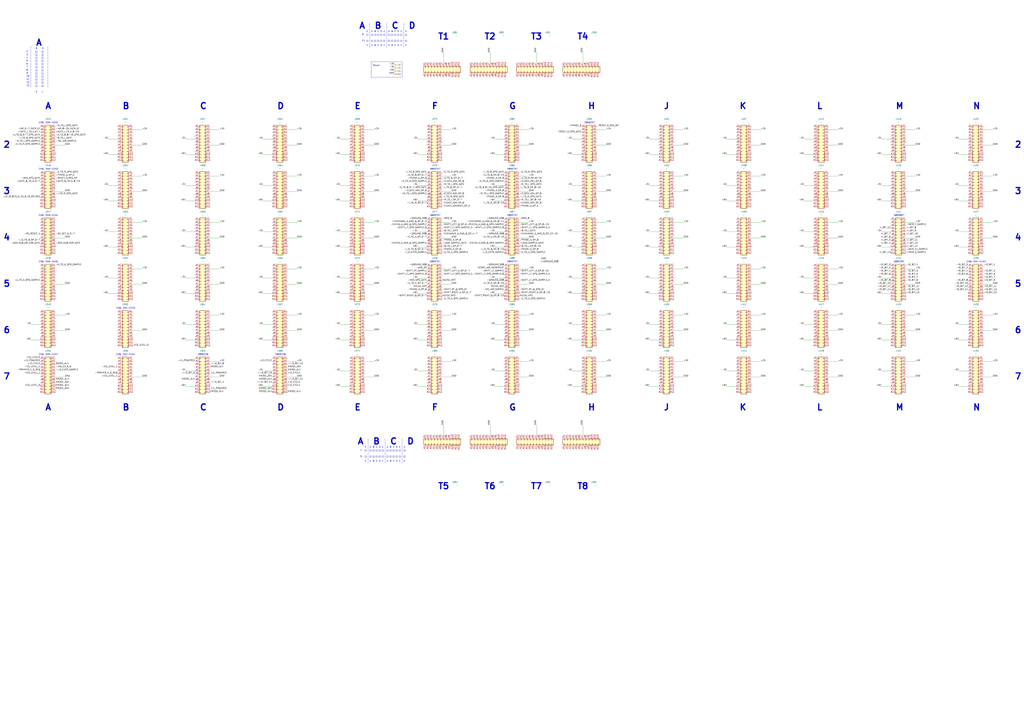
<source format=kicad_sch>
(kicad_sch (version 20211123) (generator eeschema)
  (paper "A1")
  (polyline (pts (xy 303.53 370.84) (xy 304.8 370.84)) (stroke (width 0) (type solid)))
  (wire (pts (xy 25.4 279.4) (xy 33.02 279.4)))
  (polyline (pts (xy 331.47 374.65) (xy 332.74 374.65)) (stroke (width 0) (type solid)))
  (polyline (pts (xy 302.26 29.21) (xy 302.26 27.94)) (stroke (width 0) (type solid)))
  (wire (pts (xy 45.72 157.48) (xy 53.34 157.48)))
  (polyline (pts (xy 321.31 375.92) (xy 321.31 374.65)) (stroke (width 0) (type solid)))
  (wire (pts (xy 215.9 165.1) (xy 223.52 165.1)))
  (polyline (pts (xy 306.07 374.65) (xy 307.34 374.65)) (stroke (width 0) (type solid)))
  (wire (pts (xy 553.72 182.88) (xy 561.34 182.88)))
  (polyline (pts (xy 34.29 59.69) (xy 35.56 59.69)) (stroke (width 0) (type solid)))
  (polyline (pts (xy 34.29 54.61) (xy 34.29 55.88)) (stroke (width 0) (type solid)))
  (polyline (pts (xy 29.21 66.04) (xy 30.48 66.04)) (stroke (width 0) (type solid)))
  (polyline (pts (xy 328.93 34.29) (xy 330.2 34.29)) (stroke (width 0) (type solid)))
  (wire (pts (xy 172.72 309.88) (xy 180.34 309.88)))
  (polyline (pts (xy 300.99 33.02) (xy 300.99 34.29)) (stroke (width 0) (type solid)))
  (polyline (pts (xy 306.07 375.92) (xy 307.34 375.92)) (stroke (width 0) (type solid)))
  (wire (pts (xy 215.9 279.4) (xy 223.52 279.4)))
  (wire (pts (xy 490.22 144.78) (xy 497.84 144.78)))
  (wire (pts (xy 402.59 356.87) (xy 402.59 349.25)))
  (wire (pts (xy 299.72 182.88) (xy 307.34 182.88)))
  (wire (pts (xy 490.22 233.68) (xy 497.84 233.68)))
  (wire (pts (xy 553.72 119.38) (xy 561.34 119.38)))
  (polyline (pts (xy 307.34 27.94) (xy 307.34 29.21)) (stroke (width 0) (type solid)))
  (wire (pts (xy 363.22 119.38) (xy 370.84 119.38)))
  (wire (pts (xy 553.72 259.08) (xy 561.34 259.08)))
  (wire (pts (xy 744.22 195.58) (xy 751.84 195.58)))
  (wire (pts (xy 617.22 106.68) (xy 624.84 106.68)))
  (wire (pts (xy 426.72 106.68) (xy 434.34 106.68)))
  (wire (pts (xy 444.5 213.36) (xy 444.5 215.9)))
  (wire (pts (xy 617.22 182.88) (xy 624.84 182.88)))
  (polyline (pts (xy 34.29 60.96) (xy 35.56 60.96)) (stroke (width 0) (type solid)))
  (polyline (pts (xy 316.23 34.29) (xy 316.23 33.02)) (stroke (width 0) (type solid)))
  (wire (pts (xy 723.9 127) (xy 731.52 127)))
  (wire (pts (xy 236.22 233.68) (xy 243.84 233.68)))
  (wire (pts (xy 660.4 266.7) (xy 668.02 266.7)))
  (polyline (pts (xy 327.66 374.65) (xy 328.93 374.65)) (stroke (width 0) (type solid)))
  (polyline (pts (xy 323.85 34.29) (xy 325.12 34.29)) (stroke (width 0) (type solid)))
  (wire (pts (xy 215.9 228.6) (xy 223.52 228.6)))
  (polyline (pts (xy 306.07 369.57) (xy 307.34 369.57)) (stroke (width 0) (type solid)))
  (polyline (pts (xy 322.58 370.84) (xy 323.85 370.84)) (stroke (width 0) (type solid)))
  (wire (pts (xy 215.9 127) (xy 223.52 127)))
  (wire (pts (xy 88.9 190.5) (xy 96.52 190.5)))
  (polyline (pts (xy 308.61 369.57) (xy 308.61 370.84)) (stroke (width 0) (type solid)))
  (wire (pts (xy 744.22 182.88) (xy 751.84 182.88)))
  (wire (pts (xy 363.22 233.68) (xy 370.84 233.68)))
  (polyline (pts (xy 312.42 27.94) (xy 313.69 27.94)) (stroke (width 0) (type solid)))
  (wire (pts (xy 109.22 182.88) (xy 116.84 182.88)))
  (wire (pts (xy 299.72 233.68) (xy 307.34 233.68)))
  (polyline (pts (xy 306.07 369.57) (xy 306.07 370.84)) (stroke (width 0) (type solid)))
  (polyline (pts (xy 309.88 27.94) (xy 309.88 29.21)) (stroke (width 0) (type solid)))
  (polyline (pts (xy 303.53 375.92) (xy 304.8 375.92)) (stroke (width 0) (type solid)))
  (wire (pts (xy 723.9 317.5) (xy 731.52 317.5)))
  (wire (pts (xy 45.72 259.08) (xy 53.34 259.08)))
  (polyline (pts (xy 34.29 58.42) (xy 35.56 58.42)) (stroke (width 0) (type solid)))
  (polyline (pts (xy 29.21 43.18) (xy 30.48 43.18)) (stroke (width 0) (type solid)))
  (polyline (pts (xy 309.88 33.02) (xy 309.88 34.29)) (stroke (width 0) (type solid)))
  (wire (pts (xy 363.22 259.08) (xy 370.84 259.08)))
  (polyline (pts (xy 318.77 34.29) (xy 320.04 34.29)) (stroke (width 0) (type solid)))
  (wire (pts (xy 787.4 165.1) (xy 795.02 165.1)))
  (wire (pts (xy 426.72 220.98) (xy 434.34 220.98)))
  (wire (pts (xy 342.9 228.6) (xy 350.52 228.6)))
  (polyline (pts (xy 30.48 63.5) (xy 30.48 62.23)) (stroke (width 0) (type solid)))
  (polyline (pts (xy 332.74 27.94) (xy 334.01 27.94)) (stroke (width 0) (type solid)))
  (wire (pts (xy 426.72 297.18) (xy 434.34 297.18)))
  (polyline (pts (xy 317.5 374.65) (xy 317.5 375.92)) (stroke (width 0) (type solid)))
  (polyline (pts (xy 30.48 48.26) (xy 30.48 46.99)) (stroke (width 0) (type solid)))
  (wire (pts (xy 787.4 304.8) (xy 795.02 304.8)))
  (polyline (pts (xy 311.15 34.29) (xy 311.15 33.02)) (stroke (width 0) (type solid)))
  (wire (pts (xy 363.22 195.58) (xy 370.84 195.58)))
  (wire (pts (xy 363.22 182.88) (xy 370.84 182.88)))
  (polyline (pts (xy 29.21 41.91) (xy 29.21 43.18)) (stroke (width 0) (type solid)))
  (polyline (pts (xy 34.29 46.99) (xy 34.29 48.26)) (stroke (width 0) (type solid)))
  (wire (pts (xy 236.22 157.48) (xy 243.84 157.48)))
  (polyline (pts (xy 327.66 369.57) (xy 327.66 370.84)) (stroke (width 0) (type solid)))
  (wire (pts (xy 660.4 317.5) (xy 668.02 317.5)))
  (polyline (pts (xy 330.2 50.8) (xy 330.2 63.5)) (stroke (width 0) (type solid)))
  (wire (pts (xy 406.4 266.7) (xy 414.02 266.7)))
  (wire (pts (xy 172.72 297.18) (xy 180.34 297.18)))
  (wire (pts (xy 279.4 241.3) (xy 287.02 241.3)))
  (wire (pts (xy 279.4 152.4) (xy 287.02 152.4)))
  (wire (pts (xy 172.72 271.78) (xy 180.34 271.78)))
  (polyline (pts (xy 30.48 55.88) (xy 30.48 54.61)) (stroke (width 0) (type solid)))
  (polyline (pts (xy 300.99 375.92) (xy 300.99 374.65)) (stroke (width 0) (type solid)))
  (wire (pts (xy 363.22 309.88) (xy 370.84 309.88)))
  (wire (pts (xy 660.4 304.8) (xy 668.02 304.8)))
  (wire (pts (xy 426.72 157.48) (xy 434.34 157.48)))
  (wire (pts (xy 533.4 165.1) (xy 541.02 165.1)))
  (polyline (pts (xy 35.56 55.88) (xy 35.56 54.61)) (stroke (width 0) (type solid)))
  (wire (pts (xy 807.72 106.68) (xy 815.34 106.68)))
  (polyline (pts (xy 322.58 34.29) (xy 322.58 33.02)) (stroke (width 0) (type solid)))
  (wire (pts (xy 478.79 356.87) (xy 478.79 349.25)))
  (wire (pts (xy 787.4 266.7) (xy 795.02 266.7)))
  (polyline (pts (xy 334.01 34.29) (xy 334.01 33.02)) (stroke (width 0) (type solid)))
  (polyline (pts (xy 34.29 52.07) (xy 34.29 53.34)) (stroke (width 0) (type solid)))
  (wire (pts (xy 172.72 195.58) (xy 180.34 195.58)))
  (wire (pts (xy 299.72 106.68) (xy 307.34 106.68)))
  (wire (pts (xy 342.9 127) (xy 350.52 127)))
  (wire (pts (xy 406.4 279.4) (xy 414.02 279.4)))
  (wire (pts (xy 236.22 259.08) (xy 243.84 259.08)))
  (wire (pts (xy 490.22 271.78) (xy 497.84 271.78)))
  (wire (pts (xy 744.22 309.88) (xy 751.84 309.88)))
  (wire (pts (xy 299.72 144.78) (xy 307.34 144.78)))
  (wire (pts (xy 152.4 304.8) (xy 160.02 304.8)))
  (polyline (pts (xy 29.21 69.85) (xy 30.48 69.85)) (stroke (width 0) (type solid)))
  (polyline (pts (xy 302.26 360.68) (xy 302.26 381)))
  (polyline (pts (xy 327.66 370.84) (xy 328.93 370.84)) (stroke (width 0) (type solid)))
  (wire (pts (xy 807.72 297.18) (xy 815.34 297.18)))
  (polyline (pts (xy 327.66 369.57) (xy 328.93 369.57)) (stroke (width 0) (type solid)))
  (wire (pts (xy 553.72 106.68) (xy 561.34 106.68)))
  (polyline (pts (xy 313.69 369.57) (xy 314.96 369.57)) (stroke (width 0) (type solid)))
  (polyline (pts (xy 317.5 370.84) (xy 318.77 370.84)) (stroke (width 0) (type solid)))
  (polyline (pts (xy 309.88 33.02) (xy 311.15 33.02)) (stroke (width 0) (type solid)))
  (wire (pts (xy 299.72 271.78) (xy 307.34 271.78)))
  (polyline (pts (xy 306.07 374.65) (xy 306.07 375.92)) (stroke (width 0) (type solid)))
  (wire (pts (xy 660.4 228.6) (xy 668.02 228.6)))
  (polyline (pts (xy 299.72 369.57) (xy 300.99 369.57)) (stroke (width 0) (type solid)))
  (polyline (pts (xy 308.61 370.84) (xy 309.88 370.84)) (stroke (width 0) (type solid)))
  (polyline (pts (xy 34.29 53.34) (xy 35.56 53.34)) (stroke (width 0) (type solid)))
  (polyline (pts (xy 34.29 41.91) (xy 34.29 43.18)) (stroke (width 0) (type solid)))
  (polyline (pts (xy 312.42 34.29) (xy 313.69 34.29)) (stroke (width 0) (type solid)))
  (polyline (pts (xy 311.15 375.92) (xy 312.42 375.92)) (stroke (width 0) (type solid)))
  (wire (pts (xy 533.4 279.4) (xy 541.02 279.4)))
  (polyline (pts (xy 34.29 57.15) (xy 34.29 58.42)) (stroke (width 0) (type solid)))
  (wire (pts (xy 342.9 266.7) (xy 350.52 266.7)))
  (polyline (pts (xy 309.88 29.21) (xy 311.15 29.21)) (stroke (width 0) (type solid)))
  (wire (pts (xy 172.72 106.68) (xy 180.34 106.68)))
  (polyline (pts (xy 331.47 369.57) (xy 331.47 370.84)) (stroke (width 0) (type solid)))
  (polyline (pts (xy 313.69 374.65) (xy 313.69 375.92)) (stroke (width 0) (type solid)))
  (polyline (pts (xy 29.21 64.77) (xy 30.48 64.77)) (stroke (width 0) (type solid)))
  (wire (pts (xy 490.22 119.38) (xy 497.84 119.38)))
  (polyline (pts (xy 29.21 57.15) (xy 30.48 57.15)) (stroke (width 0) (type solid)))
  (polyline (pts (xy 35.56 60.96) (xy 35.56 59.69)) (stroke (width 0) (type solid)))
  (wire (pts (xy 440.69 356.87) (xy 440.69 349.25)))
  (polyline (pts (xy 34.29 64.77) (xy 35.56 64.77)) (stroke (width 0) (type solid)))
  (polyline (pts (xy 313.69 370.84) (xy 314.96 370.84)) (stroke (width 0) (type solid)))
  (wire (pts (xy 723.9 165.1) (xy 731.52 165.1)))
  (wire (pts (xy 279.4 279.4) (xy 287.02 279.4)))
  (wire (pts (xy 299.72 157.48) (xy 307.34 157.48)))
  (polyline (pts (xy 34.29 63.5) (xy 35.56 63.5)) (stroke (width 0) (type solid)))
  (polyline (pts (xy 34.29 41.91) (xy 35.56 41.91)) (stroke (width 0) (type solid)))
  (polyline (pts (xy 303.53 19.05) (xy 303.53 39.37)))
  (polyline (pts (xy 35.56 66.04) (xy 35.56 64.77)) (stroke (width 0) (type solid)))
  (polyline (pts (xy 34.29 62.23) (xy 35.56 62.23)) (stroke (width 0) (type solid)))
  (polyline (pts (xy 306.07 29.21) (xy 306.07 27.94)) (stroke (width 0) (type solid)))
  (wire (pts (xy 490.22 157.48) (xy 497.84 157.48)))
  (wire (pts (xy 660.4 127) (xy 668.02 127)))
  (polyline (pts (xy 34.29 57.15) (xy 35.56 57.15)) (stroke (width 0) (type solid)))
  (polyline (pts (xy 29.21 50.8) (xy 30.48 50.8)) (stroke (width 0) (type solid)))
  (wire (pts (xy 426.72 119.38) (xy 434.34 119.38)))
  (polyline (pts (xy 308.61 375.92) (xy 309.88 375.92)) (stroke (width 0) (type solid)))
  (wire (pts (xy 109.22 106.68) (xy 116.84 106.68)))
  (wire (pts (xy 787.4 317.5) (xy 795.02 317.5)))
  (polyline (pts (xy 29.21 60.96) (xy 30.48 60.96)) (stroke (width 0) (type solid)))
  (polyline (pts (xy 309.88 27.94) (xy 311.15 27.94)) (stroke (width 0) (type solid)))
  (polyline (pts (xy 306.07 34.29) (xy 306.07 33.02)) (stroke (width 0) (type solid)))
  (wire (pts (xy 617.22 309.88) (xy 624.84 309.88)))
  (wire (pts (xy 469.9 114.3) (xy 477.52 114.3)))
  (polyline (pts (xy 29.21 49.53) (xy 30.48 49.53)) (stroke (width 0) (type solid)))
  (polyline (pts (xy 35.56 50.8) (xy 35.56 49.53)) (stroke (width 0) (type solid)))
  (wire (pts (xy 215.9 317.5) (xy 223.52 317.5)))
  (polyline (pts (xy 328.93 33.02) (xy 330.2 33.02)) (stroke (width 0) (type solid)))
  (wire (pts (xy 279.4 203.2) (xy 287.02 203.2)))
  (polyline (pts (xy 321.31 33.02) (xy 322.58 33.02)) (stroke (width 0) (type solid)))
  (wire (pts (xy 723.9 241.3) (xy 731.52 241.3)))
  (polyline (pts (xy 325.12 369.57) (xy 326.39 369.57)) (stroke (width 0) (type solid)))
  (wire (pts (xy 299.72 220.98) (xy 307.34 220.98)))
  (polyline (pts (xy 312.42 370.84) (xy 312.42 369.57)) (stroke (width 0) (type solid)))
  (polyline (pts (xy 299.72 370.84) (xy 300.99 370.84)) (stroke (width 0) (type solid)))
  (wire (pts (xy 236.22 144.78) (xy 243.84 144.78)))
  (polyline (pts (xy 332.74 34.29) (xy 334.01 34.29)) (stroke (width 0) (type solid)))
  (polyline (pts (xy 323.85 27.94) (xy 325.12 27.94)) (stroke (width 0) (type solid)))
  (polyline (pts (xy 322.58 29.21) (xy 322.58 27.94)) (stroke (width 0) (type solid)))
  (wire (pts (xy 236.22 271.78) (xy 243.84 271.78)))
  (wire (pts (xy 152.4 266.7) (xy 160.02 266.7)))
  (polyline (pts (xy 304.8 27.94) (xy 304.8 29.21)) (stroke (width 0) (type solid)))
  (polyline (pts (xy 311.15 29.21) (xy 311.15 27.94)) (stroke (width 0) (type solid)))
  (polyline (pts (xy 39.37 38.1) (xy 39.37 72.39)))
  (polyline (pts (xy 325.12 29.21) (xy 325.12 27.94)) (stroke (width 0) (type solid)))
  (wire (pts (xy 490.22 106.68) (xy 497.84 106.68)))
  (polyline (pts (xy 322.58 375.92) (xy 323.85 375.92)) (stroke (width 0) (type solid)))
  (wire (pts (xy 364.49 356.87) (xy 364.49 349.25)))
  (wire (pts (xy 406.4 152.4) (xy 414.02 152.4)))
  (wire (pts (xy 152.4 279.4) (xy 160.02 279.4)))
  (polyline (pts (xy 327.66 29.21) (xy 327.66 27.94)) (stroke (width 0) (type solid)))
  (polyline (pts (xy 321.31 27.94) (xy 321.31 29.21)) (stroke (width 0) (type solid)))
  (wire (pts (xy 215.9 266.7) (xy 223.52 266.7)))
  (wire (pts (xy 342.9 317.5) (xy 350.52 317.5)))
  (polyline (pts (xy 308.61 374.65) (xy 309.88 374.65)) (stroke (width 0) (type solid)))
  (polyline (pts (xy 321.31 370.84) (xy 321.31 369.57)) (stroke (width 0) (type solid)))
  (polyline (pts (xy 328.93 33.02) (xy 328.93 34.29)) (stroke (width 0) (type solid)))
  (polyline (pts (xy 34.29 69.85) (xy 34.29 71.12)) (stroke (width 0) (type solid)))
  (polyline (pts (xy 311.15 369.57) (xy 311.15 370.84)) (stroke (width 0) (type solid)))
  (polyline (pts (xy 299.72 375.92) (xy 300.99 375.92)) (stroke (width 0) (type solid)))
  (wire (pts (xy 807.72 271.78) (xy 815.34 271.78)))
  (polyline (pts (xy 34.29 44.45) (xy 35.56 44.45)) (stroke (width 0) (type solid)))
  (polyline (pts (xy 29.21 62.23) (xy 29.21 63.5)) (stroke (width 0) (type solid)))
  (wire (pts (xy 236.22 182.88) (xy 243.84 182.88)))
  (polyline (pts (xy 321.31 27.94) (xy 322.58 27.94)) (stroke (width 0) (type solid)))
  (wire (pts (xy 617.22 220.98) (xy 624.84 220.98)))
  (polyline (pts (xy 304.8 33.02) (xy 306.07 33.02)) (stroke (width 0) (type solid)))
  (polyline (pts (xy 307.34 27.94) (xy 308.61 27.94)) (stroke (width 0) (type solid)))
  (polyline (pts (xy 309.88 34.29) (xy 311.15 34.29)) (stroke (width 0) (type solid)))
  (wire (pts (xy 25.4 266.7) (xy 33.02 266.7)))
  (polyline (pts (xy 300.99 370.84) (xy 300.99 369.57)) (stroke (width 0) (type solid)))
  (polyline (pts (xy 29.21 57.15) (xy 29.21 58.42)) (stroke (width 0) (type solid)))
  (wire (pts (xy 172.72 119.38) (xy 180.34 119.38)))
  (polyline (pts (xy 34.29 52.07) (xy 35.56 52.07)) (stroke (width 0) (type solid)))
  (polyline (pts (xy 35.56 68.58) (xy 35.56 67.31)) (stroke (width 0) (type solid)))
  (polyline (pts (xy 326.39 27.94) (xy 327.66 27.94)) (stroke (width 0) (type solid)))
  (polyline (pts (xy 334.01 29.21) (xy 334.01 27.94)) (stroke (width 0) (type solid)))
  (wire (pts (xy 596.9 266.7) (xy 604.52 266.7)))
  (polyline (pts (xy 317.5 374.65) (xy 318.77 374.65)) (stroke (width 0) (type solid)))
  (wire (pts (xy 279.4 228.6) (xy 287.02 228.6)))
  (wire (pts (xy 617.22 119.38) (xy 624.84 119.38)))
  (polyline (pts (xy 325.12 374.65) (xy 326.39 374.65)) (stroke (width 0) (type solid)))
  (polyline (pts (xy 331.47 19.05) (xy 331.47 39.37)))
  (wire (pts (xy 596.9 279.4) (xy 604.52 279.4)))
  (polyline (pts (xy 318.77 29.21) (xy 320.04 29.21)) (stroke (width 0) (type solid)))
  (polyline (pts (xy 307.34 34.29) (xy 308.61 34.29)) (stroke (width 0) (type solid)))
  (polyline (pts (xy 25.4 38.1) (xy 25.4 72.39)))
  (polyline (pts (xy 29.21 52.07) (xy 29.21 53.34)) (stroke (width 0) (type solid)))
  (polyline (pts (xy 314.96 29.21) (xy 316.23 29.21)) (stroke (width 0) (type solid)))
  (polyline (pts (xy 29.21 63.5) (xy 30.48 63.5)) (stroke (width 0) (type solid)))
  (wire (pts (xy 680.72 309.88) (xy 688.34 309.88)))
  (wire (pts (xy 469.9 241.3) (xy 477.52 241.3)))
  (polyline (pts (xy 30.48 68.58) (xy 30.48 67.31)) (stroke (width 0) (type solid)))
  (polyline (pts (xy 299.72 369.57) (xy 299.72 370.84)) (stroke (width 0) (type solid)))
  (polyline (pts (xy 320.04 369.57) (xy 321.31 369.57)) (stroke (width 0) (type solid)))
  (polyline (pts (xy 309.88 375.92) (xy 309.88 374.65)) (stroke (width 0) (type solid)))
  (wire (pts (xy 744.22 271.78) (xy 751.84 271.78)))
  (wire (pts (xy 363.22 220.98) (xy 370.84 220.98)))
  (polyline (pts (xy 328.93 375.92) (xy 328.93 374.65)) (stroke (width 0) (type solid)))
  (wire (pts (xy 45.72 271.78) (xy 53.34 271.78)))
  (wire (pts (xy 45.72 195.58) (xy 53.34 195.58)))
  (wire (pts (xy 109.22 195.58) (xy 116.84 195.58)))
  (polyline (pts (xy 304.8 27.94) (xy 306.07 27.94)) (stroke (width 0) (type solid)))
  (wire (pts (xy 469.9 279.4) (xy 477.52 279.4)))
  (polyline (pts (xy 320.04 29.21) (xy 320.04 27.94)) (stroke (width 0) (type solid)))
  (wire (pts (xy 680.72 220.98) (xy 688.34 220.98)))
  (polyline (pts (xy 312.42 33.02) (xy 313.69 33.02)) (stroke (width 0) (type solid)))
  (wire (pts (xy 342.9 165.1) (xy 350.52 165.1)))
  (wire (pts (xy 236.22 106.68) (xy 243.84 106.68)))
  (wire (pts (xy 152.4 152.4) (xy 160.02 152.4)))
  (polyline (pts (xy 299.72 374.65) (xy 300.99 374.65)) (stroke (width 0) (type solid)))
  (polyline (pts (xy 303.53 369.57) (xy 303.53 370.84)) (stroke (width 0) (type solid)))
  (polyline (pts (xy 320.04 370.84) (xy 321.31 370.84)) (stroke (width 0) (type solid)))
  (wire (pts (xy 152.4 114.3) (xy 160.02 114.3)))
  (polyline (pts (xy 312.42 29.21) (xy 313.69 29.21)) (stroke (width 0) (type solid)))
  (polyline (pts (xy 320.04 374.65) (xy 320.04 375.92)) (stroke (width 0) (type solid)))
  (wire (pts (xy 596.9 190.5) (xy 604.52 190.5)))
  (wire (pts (xy 787.4 279.4) (xy 795.02 279.4)))
  (wire (pts (xy 299.72 195.58) (xy 307.34 195.58)))
  (polyline (pts (xy 322.58 369.57) (xy 322.58 370.84)) (stroke (width 0) (type solid)))
  (wire (pts (xy 596.9 127) (xy 604.52 127)))
  (polyline (pts (xy 323.85 27.94) (xy 323.85 29.21)) (stroke (width 0) (type solid)))
  (wire (pts (xy 680.72 182.88) (xy 688.34 182.88)))
  (polyline (pts (xy 328.93 29.21) (xy 330.2 29.21)) (stroke (width 0) (type solid)))
  (wire (pts (xy 680.72 119.38) (xy 688.34 119.38)))
  (wire (pts (xy 342.9 114.3) (xy 350.52 114.3)))
  (polyline (pts (xy 325.12 370.84) (xy 326.39 370.84)) (stroke (width 0) (type solid)))
  (polyline (pts (xy 30.48 66.04) (xy 30.48 64.77)) (stroke (width 0) (type solid)))
  (wire (pts (xy 533.4 190.5) (xy 541.02 190.5)))
  (wire (pts (xy 279.4 190.5) (xy 287.02 190.5)))
  (polyline (pts (xy 318.77 375.92) (xy 318.77 374.65)) (stroke (width 0) (type solid)))
  (wire (pts (xy 744.22 233.68) (xy 751.84 233.68)))
  (polyline (pts (xy 323.85 33.02) (xy 325.12 33.02)) (stroke (width 0) (type solid)))
  (wire (pts (xy 807.72 157.48) (xy 815.34 157.48)))
  (polyline (pts (xy 34.29 59.69) (xy 34.29 60.96)) (stroke (width 0) (type solid)))
  (wire (pts (xy 172.72 259.08) (xy 180.34 259.08)))
  (polyline (pts (xy 303.53 369.57) (xy 304.8 369.57)) (stroke (width 0) (type solid)))
  (wire (pts (xy 469.9 266.7) (xy 477.52 266.7)))
  (polyline (pts (xy 35.56 58.42) (xy 35.56 57.15)) (stroke (width 0) (type solid)))
  (wire (pts (xy 88.9 114.3) (xy 96.52 114.3)))
  (polyline (pts (xy 29.21 52.07) (xy 30.48 52.07)) (stroke (width 0) (type solid)))
  (wire (pts (xy 807.72 233.68) (xy 815.34 233.68)))
  (polyline (pts (xy 326.39 29.21) (xy 327.66 29.21)) (stroke (width 0) (type solid)))
  (wire (pts (xy 109.22 220.98) (xy 116.84 220.98)))
  (wire (pts (xy 617.22 259.08) (xy 624.84 259.08)))
  (polyline (pts (xy 29.21 59.69) (xy 30.48 59.69)) (stroke (width 0) (type solid)))
  (polyline (pts (xy 302.26 34.29) (xy 302.26 33.02)) (stroke (width 0) (type solid)))
  (polyline (pts (xy 30.48 43.18) (xy 30.48 41.91)) (stroke (width 0) (type solid)))
  (polyline (pts (xy 303.53 374.65) (xy 303.53 375.92)) (stroke (width 0) (type solid)))
  (polyline (pts (xy 314.96 34.29) (xy 316.23 34.29)) (stroke (width 0) (type solid)))
  (wire (pts (xy 172.72 220.98) (xy 180.34 220.98)))
  (wire (pts (xy 596.9 241.3) (xy 604.52 241.3)))
  (wire (pts (xy 807.72 119.38) (xy 815.34 119.38)))
  (polyline (pts (xy 313.69 375.92) (xy 314.96 375.92)) (stroke (width 0) (type solid)))
  (wire (pts (xy 215.9 203.2) (xy 223.52 203.2)))
  (wire (pts (xy 596.9 114.3) (xy 604.52 114.3)))
  (wire (pts (xy 406.4 317.5) (xy 414.02 317.5)))
  (wire (pts (xy 152.4 228.6) (xy 160.02 228.6)))
  (polyline (pts (xy 314.96 33.02) (xy 314.96 34.29)) (stroke (width 0) (type solid)))
  (wire (pts (xy 426.72 182.88) (xy 434.34 182.88)))
  (wire (pts (xy 172.72 182.88) (xy 180.34 182.88)))
  (wire (pts (xy 406.4 241.3) (xy 414.02 241.3)))
  (wire (pts (xy 617.22 157.48) (xy 624.84 157.48)))
  (wire (pts (xy 88.9 127) (xy 96.52 127)))
  (polyline (pts (xy 29.21 71.12) (xy 30.48 71.12)) (stroke (width 0) (type solid)))
  (wire (pts (xy 787.4 152.4) (xy 795.02 152.4)))
  (polyline (pts (xy 34.29 49.53) (xy 34.29 50.8)) (stroke (width 0) (type solid)))
  (wire (pts (xy 426.72 195.58) (xy 434.34 195.58)))
  (polyline (pts (xy 318.77 27.94) (xy 318.77 29.21)) (stroke (width 0) (type solid)))
  (polyline (pts (xy 326.39 33.02) (xy 327.66 33.02)) (stroke (width 0) (type solid)))
  (polyline (pts (xy 35.56 43.18) (xy 35.56 41.91)) (stroke (width 0) (type solid)))
  (wire (pts (xy 406.4 304.8) (xy 414.02 304.8)))
  (wire (pts (xy 152.4 241.3) (xy 160.02 241.3)))
  (polyline (pts (xy 29.21 48.26) (xy 30.48 48.26)) (stroke (width 0) (type solid)))
  (polyline (pts (xy 317.5 375.92) (xy 318.77 375.92)) (stroke (width 0) (type solid)))
  (polyline (pts (xy 29.21 54.61) (xy 30.48 54.61)) (stroke (width 0) (type solid)))
  (polyline (pts (xy 29.21 46.99) (xy 29.21 48.26)) (stroke (width 0) (type solid)))
  (wire (pts (xy 596.9 304.8) (xy 604.52 304.8)))
  (wire (pts (xy 807.72 259.08) (xy 815.34 259.08)))
  (wire (pts (xy 660.4 190.5) (xy 668.02 190.5)))
  (polyline (pts (xy 318.77 33.02) (xy 320.04 33.02)) (stroke (width 0) (type solid)))
  (polyline (pts (xy 325.12 374.65) (xy 325.12 375.92)) (stroke (width 0) (type solid)))
  (wire (pts (xy 660.4 165.1) (xy 668.02 165.1)))
  (wire (pts (xy 215.9 114.3) (xy 223.52 114.3)))
  (polyline (pts (xy 300.99 27.94) (xy 302.26 27.94)) (stroke (width 0) (type solid)))
  (wire (pts (xy 533.4 241.3) (xy 541.02 241.3)))
  (wire (pts (xy 533.4 203.2) (xy 541.02 203.2)))
  (wire (pts (xy 364.49 50.8) (xy 364.49 43.18)))
  (polyline (pts (xy 332.74 33.02) (xy 334.01 33.02)) (stroke (width 0) (type solid)))
  (wire (pts (xy 807.72 144.78) (xy 815.34 144.78)))
  (wire (pts (xy 533.4 304.8) (xy 541.02 304.8)))
  (polyline (pts (xy 325.12 34.29) (xy 325.12 33.02)) (stroke (width 0) (type solid)))
  (wire (pts (xy 478.79 50.8) (xy 478.79 43.18)))
  (wire (pts (xy 152.4 203.2) (xy 160.02 203.2)))
  (polyline (pts (xy 29.21 45.72) (xy 30.48 45.72)) (stroke (width 0) (type solid)))
  (polyline (pts (xy 29.21 67.31) (xy 30.48 67.31)) (stroke (width 0) (type solid)))
  (wire (pts (xy 363.22 157.48) (xy 370.84 157.48)))
  (polyline (pts (xy 312.42 33.02) (xy 312.42 34.29)) (stroke (width 0) (type solid)))
  (polyline (pts (xy 318.77 33.02) (xy 318.77 34.29)) (stroke (width 0) (type solid)))
  (polyline (pts (xy 29.21 59.69) (xy 29.21 60.96)) (stroke (width 0) (type solid)))
  (polyline (pts (xy 313.69 34.29) (xy 313.69 33.02)) (stroke (width 0) (type solid)))
  (polyline (pts (xy 35.56 71.12) (xy 35.56 69.85)) (stroke (width 0) (type solid)))
  (wire (pts (xy 426.72 271.78) (xy 434.34 271.78)))
  (wire (pts (xy 299.72 297.18) (xy 307.34 297.18)))
  (polyline (pts (xy 317.5 369.57) (xy 317.5 370.84)) (stroke (width 0) (type solid)))
  (wire (pts (xy 215.9 241.3) (xy 223.52 241.3)))
  (polyline (pts (xy 29.21 64.77) (xy 29.21 66.04)) (stroke (width 0) (type solid)))
  (wire (pts (xy 469.9 165.1) (xy 477.52 165.1)))
  (polyline (pts (xy 29.21 69.85) (xy 29.21 71.12)) (stroke (width 0) (type solid)))
  (wire (pts (xy 553.72 271.78) (xy 561.34 271.78)))
  (polyline (pts (xy 34.29 43.18) (xy 35.56 43.18)) (stroke (width 0) (type solid)))
  (wire (pts (xy 109.22 157.48) (xy 116.84 157.48)))
  (wire (pts (xy 279.4 266.7) (xy 287.02 266.7)))
  (polyline (pts (xy 304.8 375.92) (xy 304.8 374.65)) (stroke (width 0) (type solid)))
  (wire (pts (xy 533.4 114.3) (xy 541.02 114.3)))
  (polyline (pts (xy 323.85 375.92) (xy 323.85 374.65)) (stroke (width 0) (type solid)))
  (wire (pts (xy 680.72 271.78) (xy 688.34 271.78)))
  (wire (pts (xy 172.72 144.78) (xy 180.34 144.78)))
  (wire (pts (xy 406.4 190.5) (xy 414.02 190.5)))
  (wire (pts (xy 45.72 233.68) (xy 53.34 233.68)))
  (wire (pts (xy 215.9 190.5) (xy 223.52 190.5)))
  (wire (pts (xy 469.9 190.5) (xy 477.52 190.5)))
  (wire (pts (xy 680.72 259.08) (xy 688.34 259.08)))
  (polyline (pts (xy 34.29 45.72) (xy 35.56 45.72)) (stroke (width 0) (type solid)))
  (wire (pts (xy 596.9 152.4) (xy 604.52 152.4)))
  (wire (pts (xy 723.9 304.8) (xy 731.52 304.8)))
  (polyline (pts (xy 314.96 27.94) (xy 314.96 29.21)) (stroke (width 0) (type solid)))
  (wire (pts (xy 172.72 233.68) (xy 180.34 233.68)))
  (wire (pts (xy 533.4 127) (xy 541.02 127)))
  (wire (pts (xy 236.22 195.58) (xy 243.84 195.58)))
  (polyline (pts (xy 29.21 44.45) (xy 29.21 45.72)) (stroke (width 0) (type solid)))
  (wire (pts (xy 426.72 144.78) (xy 434.34 144.78)))
  (wire (pts (xy 469.9 317.5) (xy 477.52 317.5)))
  (polyline (pts (xy 304.8 63.5) (xy 304.8 50.8)) (stroke (width 0) (type solid)))
  (wire (pts (xy 787.4 190.5) (xy 795.02 190.5)))
  (polyline (pts (xy 300.99 29.21) (xy 302.26 29.21)) (stroke (width 0) (type solid)))
  (polyline (pts (xy 34.29 64.77) (xy 34.29 66.04)) (stroke (width 0) (type solid)))
  (polyline (pts (xy 313.69 29.21) (xy 313.69 27.94)) (stroke (width 0) (type solid)))
  (polyline (pts (xy 331.47 374.65) (xy 331.47 375.92)) (stroke (width 0) (type solid)))
  (wire (pts (xy 215.9 304.8) (xy 223.52 304.8)))
  (polyline (pts (xy 314.96 27.94) (xy 316.23 27.94)) (stroke (width 0) (type solid)))
  (polyline (pts (xy 34.29 67.31) (xy 35.56 67.31)) (stroke (width 0) (type solid)))
  (wire (pts (xy 744.22 297.18) (xy 751.84 297.18)))
  (wire (pts (xy 342.9 279.4) (xy 350.52 279.4)))
  (polyline (pts (xy 327.66 375.92) (xy 328.93 375.92)) (stroke (width 0) (type solid)))
  (polyline (pts (xy 326.39 33.02) (xy 326.39 34.29)) (stroke (width 0) (type solid)))
  (wire (pts (xy 236.22 297.18) (xy 243.84 297.18)))
  (polyline (pts (xy 323.85 33.02) (xy 323.85 34.29)) (stroke (width 0) (type solid)))
  (wire (pts (xy 279.4 127) (xy 287.02 127)))
  (polyline (pts (xy 34.29 67.31) (xy 34.29 68.58)) (stroke (width 0) (type solid)))
  (wire (pts (xy 744.22 144.78) (xy 751.84 144.78)))
  (wire (pts (xy 152.4 190.5) (xy 160.02 190.5)))
  (polyline (pts (xy 34.29 69.85) (xy 35.56 69.85)) (stroke (width 0) (type solid)))
  (wire (pts (xy 363.22 297.18) (xy 370.84 297.18)))
  (wire (pts (xy 596.9 317.5) (xy 604.52 317.5)))
  (polyline (pts (xy 331.47 369.57) (xy 332.74 369.57)) (stroke (width 0) (type solid)))
  (polyline (pts (xy 325.12 369.57) (xy 325.12 370.84)) (stroke (width 0) (type solid)))
  (polyline (pts (xy 312.42 27.94) (xy 312.42 29.21)) (stroke (width 0) (type solid)))
  (polyline (pts (xy 308.61 34.29) (xy 308.61 33.02)) (stroke (width 0) (type solid)))
  (wire (pts (xy 215.9 152.4) (xy 223.52 152.4)))
  (polyline (pts (xy 34.29 48.26) (xy 35.56 48.26)) (stroke (width 0) (type solid)))
  (polyline (pts (xy 312.42 375.92) (xy 312.42 374.65)) (stroke (width 0) (type solid)))
  (polyline (pts (xy 331.47 370.84) (xy 332.74 370.84)) (stroke (width 0) (type solid)))
  (polyline (pts (xy 322.58 369.57) (xy 323.85 369.57)) (stroke (width 0) (type solid)))
  (wire (pts (xy 45.72 119.38) (xy 53.34 119.38)))
  (wire (pts (xy 406.4 165.1) (xy 414.02 165.1)))
  (polyline (pts (xy 35.56 63.5) (xy 35.56 62.23)) (stroke (width 0) (type solid)))
  (wire (pts (xy 426.72 259.08) (xy 434.34 259.08)))
  (wire (pts (xy 660.4 114.3) (xy 668.02 114.3)))
  (wire (pts (xy 723.9 190.5) (xy 731.52 190.5)))
  (polyline (pts (xy 34.29 50.8) (xy 35.56 50.8)) (stroke (width 0) (type solid)))
  (wire (pts (xy 363.22 271.78) (xy 370.84 271.78)))
  (polyline (pts (xy 330.2 29.21) (xy 330.2 27.94)) (stroke (width 0) (type solid)))
  (wire (pts (xy 617.22 233.68) (xy 624.84 233.68)))
  (polyline (pts (xy 320.04 375.92) (xy 321.31 375.92)) (stroke (width 0) (type solid)))
  (polyline (pts (xy 307.34 375.92) (xy 307.34 374.65)) (stroke (width 0) (type solid)))
  (wire (pts (xy 152.4 165.1) (xy 160.02 165.1)))
  (polyline (pts (xy 332.74 29.21) (xy 334.01 29.21)) (stroke (width 0) (type solid)))
  (polyline (pts (xy 34.29 68.58) (xy 35.56 68.58)) (stroke (width 0) (type solid)))
  (wire (pts (xy 279.4 317.5) (xy 287.02 317.5)))
  (wire (pts (xy 88.9 203.2) (xy 96.52 203.2)))
  (polyline (pts (xy 29.21 44.45) (xy 30.48 44.45)) (stroke (width 0) (type solid)))
  (wire (pts (xy 596.9 228.6) (xy 604.52 228.6)))
  (polyline (pts (xy 29.21 53.34) (xy 30.48 53.34)) (stroke (width 0) (type solid)))
  (wire (pts (xy 533.4 266.7) (xy 541.02 266.7)))
  (wire (pts (xy 787.4 203.2) (xy 795.02 203.2)))
  (wire (pts (xy 787.4 127) (xy 795.02 127)))
  (polyline (pts (xy 316.23 29.21) (xy 316.23 27.94)) (stroke (width 0) (type solid)))
  (wire (pts (xy 152.4 127) (xy 160.02 127)))
  (polyline (pts (xy 303.53 374.65) (xy 304.8 374.65)) (stroke (width 0) (type solid)))
  (wire (pts (xy 490.22 220.98) (xy 497.84 220.98)))
  (polyline (pts (xy 308.61 29.21) (xy 308.61 27.94)) (stroke (width 0) (type solid)))
  (polyline (pts (xy 29.21 58.42) (xy 30.48 58.42)) (stroke (width 0) (type solid)))
  (polyline (pts (xy 328.93 27.94) (xy 328.93 29.21)) (stroke (width 0) (type solid)))
  (wire (pts (xy 680.72 297.18) (xy 688.34 297.18)))
  (wire (pts (xy 88.9 165.1) (xy 96.52 165.1)))
  (polyline (pts (xy 34.29 46.99) (xy 35.56 46.99)) (stroke (width 0) (type solid)))
  (polyline (pts (xy 30.48 45.72) (xy 30.48 44.45)) (stroke (width 0) (type solid)))
  (wire (pts (xy 553.72 297.18) (xy 561.34 297.18)))
  (wire (pts (xy 109.22 119.38) (xy 116.84 119.38)))
  (polyline (pts (xy 300.99 34.29) (xy 302.26 34.29)) (stroke (width 0) (type solid)))
  (wire (pts (xy 744.22 157.48) (xy 751.84 157.48)))
  (wire (pts (xy 406.4 203.2) (xy 414.02 203.2)))
  (polyline (pts (xy 29.21 41.91) (xy 30.48 41.91)) (stroke (width 0) (type solid)))
  (polyline (pts (xy 314.96 375.92) (xy 314.96 374.65)) (stroke (width 0) (type solid)))
  (polyline (pts (xy 307.34 33.02) (xy 307.34 34.29)) (stroke (width 0) (type solid)))
  (wire (pts (xy 744.22 259.08) (xy 751.84 259.08)))
  (wire (pts (xy 172.72 157.48) (xy 180.34 157.48)))
  (polyline (pts (xy 321.31 34.29) (xy 322.58 34.29)) (stroke (width 0) (type solid)))
  (polyline (pts (xy 307.34 29.21) (xy 308.61 29.21)) (stroke (width 0) (type solid)))
  (wire (pts (xy 342.9 152.4) (xy 350.52 152.4)))
  (polyline (pts (xy 328.93 370.84) (xy 328.93 369.57)) (stroke (width 0) (type solid)))
  (wire (pts (xy 596.9 203.2) (xy 604.52 203.2)))
  (wire (pts (xy 660.4 152.4) (xy 668.02 152.4)))
  (polyline (pts (xy 34.29 49.53) (xy 35.56 49.53)) (stroke (width 0) (type solid)))
  (wire (pts (xy 744.22 119.38) (xy 751.84 119.38)))
  (wire (pts (xy 807.72 309.88) (xy 815.34 309.88)))
  (polyline (pts (xy 332.74 370.84) (xy 332.74 369.57)) (stroke (width 0) (type solid)))
  (wire (pts (xy 533.4 228.6) (xy 541.02 228.6)))
  (polyline (pts (xy 314.96 33.02) (xy 316.23 33.02)) (stroke (width 0) (type solid)))
  (polyline (pts (xy 318.77 370.84) (xy 318.77 369.57)) (stroke (width 0) (type solid)))
  (polyline (pts (xy 314.96 370.84) (xy 314.96 369.57)) (stroke (width 0) (type solid)))
  (polyline (pts (xy 29.21 55.88) (xy 30.48 55.88)) (stroke (width 0) (type solid)))
  (polyline (pts (xy 321.31 29.21) (xy 322.58 29.21)) (stroke (width 0) (type solid)))
  (polyline (pts (xy 304.8 370.84) (xy 304.8 369.57)) (stroke (width 0) (type solid)))
  (wire (pts (xy 807.72 195.58) (xy 815.34 195.58)))
  (wire (pts (xy 299.72 259.08) (xy 307.34 259.08)))
  (polyline (pts (xy 325.12 375.92) (xy 326.39 375.92)) (stroke (width 0) (type solid)))
  (wire (pts (xy 342.9 203.2) (xy 350.52 203.2)))
  (polyline (pts (xy 320.04 369.57) (xy 320.04 370.84)) (stroke (width 0) (type solid)))
  (wire (pts (xy 680.72 195.58) (xy 688.34 195.58)))
  (polyline (pts (xy 326.39 34.29) (xy 327.66 34.29)) (stroke (width 0) (type solid)))
  (polyline (pts (xy 29.21 68.58) (xy 30.48 68.58)) (stroke (width 0) (type solid)))
  (polyline (pts (xy 332.74 27.94) (xy 332.74 29.21)) (stroke (width 0) (type solid)))
  (wire (pts (xy 490.22 182.88) (xy 497.84 182.88)))
  (wire (pts (xy 660.4 241.3) (xy 668.02 241.3)))
  (polyline (pts (xy 327.66 374.65) (xy 327.66 375.92)) (stroke (width 0) (type solid)))
  (polyline (pts (xy 320.04 374.65) (xy 321.31 374.65)) (stroke (width 0) (type solid)))
  (polyline (pts (xy 318.77 27.94) (xy 320.04 27.94)) (stroke (width 0) (type solid)))
  (polyline (pts (xy 34.29 71.12) (xy 35.56 71.12)) (stroke (width 0) (type solid)))
  (wire (pts (xy 299.72 119.38) (xy 307.34 119.38)))
  (polyline (pts (xy 300.99 27.94) (xy 300.99 29.21)) (stroke (width 0) (type solid)))
  (polyline (pts (xy 317.5 19.05) (xy 317.5 39.37)))
  (wire (pts (xy 723.9 152.4) (xy 731.52 152.4)))
  (wire (pts (xy 109.22 271.78) (xy 116.84 271.78)))
  (polyline (pts (xy 328.93 27.94) (xy 330.2 27.94)) (stroke (width 0) (type solid)))
  (wire (pts (xy 660.4 279.4) (xy 668.02 279.4)))
  (polyline (pts (xy 29.21 46.99) (xy 30.48 46.99)) (stroke (width 0) (type solid)))
  (wire (pts (xy 617.22 195.58) (xy 624.84 195.58)))
  (wire (pts (xy 279.4 114.3) (xy 287.02 114.3)))
  (polyline (pts (xy 323.85 29.21) (xy 325.12 29.21)) (stroke (width 0) (type solid)))
  (polyline (pts (xy 29.21 67.31) (xy 29.21 68.58)) (stroke (width 0) (type solid)))
  (polyline (pts (xy 327.66 34.29) (xy 327.66 33.02)) (stroke (width 0) (type solid)))
  (wire (pts (xy 723.9 114.3) (xy 731.52 114.3)))
  (polyline (pts (xy 330.2 63.5) (xy 304.8 63.5)) (stroke (width 0) (type solid)))
  (polyline (pts (xy 330.2 360.68) (xy 330.2 381)))
  (polyline (pts (xy 316.23 360.68) (xy 316.23 381)))
  (wire (pts (xy 440.69 50.8) (xy 440.69 43.18)))
  (polyline (pts (xy 332.74 375.92) (xy 332.74 374.65)) (stroke (width 0) (type solid)))
  (polyline (pts (xy 309.88 370.84) (xy 309.88 369.57)) (stroke (width 0) (type solid)))
  (wire (pts (xy 723.9 266.7) (xy 731.52 266.7)))
  (wire (pts (xy 744.22 220.98) (xy 751.84 220.98)))
  (wire (pts (xy 426.72 309.88) (xy 434.34 309.88)))
  (polyline (pts (xy 326.39 375.92) (xy 326.39 374.65)) (stroke (width 0) (type solid)))
  (wire (pts (xy 342.9 241.3) (xy 350.52 241.3)))
  (wire (pts (xy 490.22 259.08) (xy 497.84 259.08)))
  (polyline (pts (xy 306.07 370.84) (xy 307.34 370.84)) (stroke (width 0) (type solid)))
  (polyline (pts (xy 304.8 29.21) (xy 306.07 29.21)) (stroke (width 0) (type solid)))
  (polyline (pts (xy 35.56 53.34) (xy 35.56 52.07)) (stroke (width 0) (type solid)))
  (wire (pts (xy 553.72 195.58) (xy 561.34 195.58)))
  (polyline (pts (xy 304.8 34.29) (xy 306.07 34.29)) (stroke (width 0) (type solid)))
  (wire (pts (xy 533.4 152.4) (xy 541.02 152.4)))
  (wire (pts (xy 299.72 309.88) (xy 307.34 309.88)))
  (polyline (pts (xy 34.29 66.04) (xy 35.56 66.04)) (stroke (width 0) (type solid)))
  (wire (pts (xy 617.22 271.78) (xy 624.84 271.78)))
  (wire (pts (xy 553.72 309.88) (xy 561.34 309.88)))
  (wire (pts (xy 744.22 106.68) (xy 751.84 106.68)))
  (wire (pts (xy 617.22 297.18) (xy 624.84 297.18)))
  (wire (pts (xy 342.9 190.5) (xy 350.52 190.5)))
  (wire (pts (xy 45.72 309.88) (xy 53.34 309.88)))
  (polyline (pts (xy 322.58 374.65) (xy 322.58 375.92)) (stroke (width 0) (type solid)))
  (wire (pts (xy 469.9 127) (xy 477.52 127)))
  (wire (pts (xy 469.9 304.8) (xy 477.52 304.8)))
  (polyline (pts (xy 307.34 33.02) (xy 308.61 33.02)) (stroke (width 0) (type solid)))
  (wire (pts (xy 88.9 152.4) (xy 96.52 152.4)))
  (polyline (pts (xy 35.56 48.26) (xy 35.56 46.99)) (stroke (width 0) (type solid)))
  (polyline (pts (xy 311.15 374.65) (xy 311.15 375.92)) (stroke (width 0) (type solid)))
  (polyline (pts (xy 34.29 62.23) (xy 34.29 63.5)) (stroke (width 0) (type solid)))
  (wire (pts (xy 109.22 233.68) (xy 116.84 233.68)))
  (wire (pts (xy 553.72 233.68) (xy 561.34 233.68)))
  (wire (pts (xy 553.72 144.78) (xy 561.34 144.78)))
  (polyline (pts (xy 299.72 374.65) (xy 299.72 375.92)) (stroke (width 0) (type solid)))
  (polyline (pts (xy 311.15 369.57) (xy 312.42 369.57)) (stroke (width 0) (type solid)))
  (wire (pts (xy 617.22 144.78) (xy 624.84 144.78)))
  (polyline (pts (xy 313.69 374.65) (xy 314.96 374.65)) (stroke (width 0) (type solid)))
  (wire (pts (xy 88.9 228.6) (xy 96.52 228.6)))
  (wire (pts (xy 406.4 228.6) (xy 414.02 228.6)))
  (wire (pts (xy 109.22 309.88) (xy 116.84 309.88)))
  (polyline (pts (xy 317.5 369.57) (xy 318.77 369.57)) (stroke (width 0) (type solid)))
  (wire (pts (xy 406.4 114.3) (xy 414.02 114.3)))
  (wire (pts (xy 680.72 106.68) (xy 688.34 106.68)))
  (wire (pts (xy 723.9 228.6) (xy 731.52 228.6)))
  (wire (pts (xy 363.22 144.78) (xy 370.84 144.78)))
  (polyline (pts (xy 304.8 50.8) (xy 330.2 50.8)) (stroke (width 0) (type solid)))
  (wire (pts (xy 88.9 241.3) (xy 96.52 241.3)))
  (wire (pts (xy 279.4 165.1) (xy 287.02 165.1)))
  (wire (pts (xy 469.9 152.4) (xy 477.52 152.4)))
  (polyline (pts (xy 332.74 33.02) (xy 332.74 34.29)) (stroke (width 0) (type solid)))
  (polyline (pts (xy 322.58 374.65) (xy 323.85 374.65)) (stroke (width 0) (type solid)))
  (polyline (pts (xy 308.61 374.65) (xy 308.61 375.92)) (stroke (width 0) (type solid)))
  (wire (pts (xy 426.72 233.68) (xy 434.34 233.68)))
  (wire (pts (xy 406.4 127) (xy 414.02 127)))
  (polyline (pts (xy 311.15 374.65) (xy 312.42 374.65)) (stroke (width 0) (type solid)))
  (wire (pts (xy 723.9 279.4) (xy 731.52 279.4)))
  (wire (pts (xy 723.9 203.2) (xy 731.52 203.2)))
  (wire (pts (xy 680.72 157.48) (xy 688.34 157.48)))
  (wire (pts (xy 279.4 304.8) (xy 287.02 304.8)))
  (wire (pts (xy 553.72 220.98) (xy 561.34 220.98)))
  (wire (pts (xy 152.4 317.5) (xy 160.02 317.5)))
  (wire (pts (xy 596.9 165.1) (xy 604.52 165.1)))
  (polyline (pts (xy 30.48 60.96) (xy 30.48 59.69)) (stroke (width 0) (type solid)))
  (polyline (pts (xy 326.39 27.94) (xy 326.39 29.21)) (stroke (width 0) (type solid)))
  (wire (pts (xy 660.4 203.2) (xy 668.02 203.2)))
  (wire (pts (xy 680.72 144.78) (xy 688.34 144.78)))
  (polyline (pts (xy 323.85 370.84) (xy 323.85 369.57)) (stroke (width 0) (type solid)))
  (wire (pts (xy 680.72 233.68) (xy 688.34 233.68)))
  (polyline (pts (xy 320.04 34.29) (xy 320.04 33.02)) (stroke (width 0) (type solid)))
  (polyline (pts (xy 326.39 370.84) (xy 326.39 369.57)) (stroke (width 0) (type solid)))
  (wire (pts (xy 236.22 119.38) (xy 243.84 119.38)))
  (polyline (pts (xy 30.48 71.12) (xy 30.48 69.85)) (stroke (width 0) (type solid)))
  (polyline (pts (xy 35.56 45.72) (xy 35.56 44.45)) (stroke (width 0) (type solid)))
  (polyline (pts (xy 307.34 370.84) (xy 307.34 369.57)) (stroke (width 0) (type solid)))
  (polyline (pts (xy 330.2 34.29) (xy 330.2 33.02)) (stroke (width 0) (type solid)))
  (polyline (pts (xy 321.31 33.02) (xy 321.31 34.29)) (stroke (width 0) (type solid)))
  (polyline (pts (xy 34.29 54.61) (xy 35.56 54.61)) (stroke (width 0) (type solid)))
  (polyline (pts (xy 313.69 369.57) (xy 313.69 370.84)) (stroke (width 0) (type solid)))
  (polyline (pts (xy 34.29 55.88) (xy 35.56 55.88)) (stroke (width 0) (type solid)))
  (wire (pts (xy 553.72 157.48) (xy 561.34 157.48)))
  (wire (pts (xy 533.4 317.5) (xy 541.02 317.5)))
  (polyline (pts (xy 304.8 33.02) (xy 304.8 34.29)) (stroke (width 0) (type solid)))
  (polyline (pts (xy 30.48 58.42) (xy 30.48 57.15)) (stroke (width 0) (type solid)))
  (polyline (pts (xy 300.99 33.02) (xy 302.26 33.02)) (stroke (width 0) (type solid)))
  (polyline (pts (xy 311.15 370.84) (xy 312.42 370.84)) (stroke (width 0) (type solid)))
  (polyline (pts (xy 308.61 369.57) (xy 309.88 369.57)) (stroke (width 0) (type solid)))
  (polyline (pts (xy 29.21 62.23) (xy 30.48 62.23)) (stroke (width 0) (type solid)))
  (wire (pts (xy 342.9 304.8) (xy 350.52 304.8)))
  (wire (pts (xy 490.22 195.58) (xy 497.84 195.58)))
  (wire (pts (xy 787.4 114.3) (xy 795.02 114.3)))
  (wire (pts (xy 109.22 144.78) (xy 116.84 144.78)))
  (polyline (pts (xy 29.21 49.53) (xy 29.21 50.8)) (stroke (width 0) (type solid)))
  (polyline (pts (xy 30.48 53.34) (xy 30.48 52.07)) (stroke (width 0) (type solid)))
  (polyline (pts (xy 30.48 50.8) (xy 30.48 49.53)) (stroke (width 0) (type solid)))
  (wire (pts (xy 807.72 182.88) (xy 815.34 182.88)))
  (wire (pts (xy 236.22 309.88) (xy 243.84 309.88)))
  (wire (pts (xy 490.22 297.18) (xy 497.84 297.18)))
  (polyline (pts (xy 34.29 44.45) (xy 34.29 45.72)) (stroke (width 0) (type solid)))
  (wire (pts (xy 469.9 203.2) (xy 477.52 203.2)))
  (polyline (pts (xy 331.47 375.92) (xy 332.74 375.92)) (stroke (width 0) (type solid)))
  (polyline (pts (xy 29.21 54.61) (xy 29.21 55.88)) (stroke (width 0) (type solid)))
  (wire (pts (xy 490.22 309.88) (xy 497.84 309.88)))
  (wire (pts (xy 236.22 220.98) (xy 243.84 220.98)))
  (wire (pts (xy 363.22 106.68) (xy 370.84 106.68)))
  (wire (pts (xy 402.59 50.8) (xy 402.59 43.18)))
  (wire (pts (xy 469.9 228.6) (xy 477.52 228.6)))
  (text "Power" (at 306.07 54.61 0) (effects (font (size 1.27 1.27)) (justify left bottom)))
  (text "11" (at 297.18 34.29 0) (effects (font (size 1.27 1.27)) (justify left bottom)))
  (text "5803757" (at 416.56 139.7 0) (effects (font (size 1.27 1.27)) (justify left bottom)))
  (text "C" (at 320.04 365.76 0) (effects (font (size 5 5) (thickness 1) bold) (justify left bottom)))
  (text "C" (at 322.58 379.73 0) (effects (font (size 1.27 1.27)) (justify left bottom)))
  (text "B" (at 321.31 26.67 0) (effects (font (size 1.27 1.27)) (justify left bottom)))
  (text "E" (at 300.99 26.67 0) (effects (font (size 1.27 1.27)) (justify left bottom)))
  (text "9" (at 21.59 60.96 0) (effects (font (size 1.27 1.27)) (justify left bottom)))
  (text "J" (at 34.29 76.2 0) (effects (font (size 1.27 1.27)) (justify left bottom)))
  (text "D" (at 227.33 90.17 0) (effects (font (size 5 5) (thickness 1) bold) (justify left bottom)))
  (text "C" (at 323.85 26.67 0) (effects (font (size 1.27 1.27)) (justify left bottom)))
  (text "T4" (at 473.71 33.02 0) (effects (font (size 5 5) (thickness 1) bold) (justify left bottom)))
  (text "4" (at 2.54 198.12 0) (effects (font (size 5 5) (thickness 1) bold) (justify left bottom)))
  (text "D" (at 311.15 368.3 0) (effects (font (size 1.27 1.27)) (justify left bottom)))
  (text "G" (at 417.83 337.82 0) (effects (font (size 5 5) (thickness 1) bold) (justify left bottom)))
  (text "A" (at 303.53 379.73 0) (effects (font (size 1.27 1.27)) (justify left bottom)))
  (text "N" (at 798.83 90.17 0) (effects (font (size 5 5) (thickness 1) bold) (justify left bottom)))
  (text "A" (at 317.5 379.73 0) (effects (font (size 1.27 1.27)) (justify left bottom)))
  (text "7" (at 2.54 312.42 0) (effects (font (size 5 5) (thickness 1) bold) (justify left bottom)))
  (text "F" (at 354.33 337.82 0) (effects (font (size 5 5) (thickness 1) bold) (justify left bottom)))
  (text "A" (at 318.77 26.67 0) (effects (font (size 1.27 1.27)) (justify left bottom)))
  (text "6" (at 2.54 274.32 0) (effects (font (size 5 5) (thickness 1) bold) (justify left bottom)))
  (text "D" (at 227.33 337.82 0) (effects (font (size 5 5) (thickness 1) bold) (justify left bottom)))
  (text "K" (at 607.06 90.17 0) (effects (font (size 5 5) (thickness 1) bold) (justify left bottom)))
  (text "F" (at 354.33 90.17 0) (effects (font (size 5 5) (thickness 1) bold) (justify left bottom)))
  (text "E" (at 314.96 26.67 0) (effects (font (size 1.27 1.27)) (justify left bottom)))
  (text "E" (at 328.93 26.67 0) (effects (font (size 1.27 1.27)) (justify left bottom)))
  (text "A" (at 294.64 24.13 0) (effects (font (size 5 5) (thickness 1) bold) (justify left bottom)))
  (text "4" (at 21.59 48.26 0) (effects (font (size 1.27 1.27)) (justify left bottom)))
  (text "B" (at 307.34 38.1 0) (effects (font (size 1.27 1.27)) (justify left bottom)))
  (text "12" (at 21.59 68.58 0) (effects (font (size 1.27 1.27)) (justify left bottom)))
  (text "T1" (at 359.41 33.02 0) (effects (font (size 5 5) (thickness 1) bold) (justify left bottom)))
  (text "B" (at 320.04 379.73 0) (effects (font (size 1.27 1.27)) (justify left bottom)))
  (text "E" (at 327.66 379.73 0) (effects (font (size 1.27 1.27)) (justify left bottom)))
  (text "E" (at 327.66 368.3 0) (effects (font (size 1.27 1.27)) (justify left bottom)))
  (text "CABL 01B-A1N4" (at 31.75 177.8 0) (effects (font (size 1.27 1.27)) (justify left bottom)))
  (text "A" (at 29.21 38.1 0) (effects (font (size 5 5) (thickness 1) bold) (justify left bottom)))
  (text "5800236" (at 162.56 292.1 0) (effects (font (size 1.27 1.27)) (justify left bottom)))
  (text "5800238" (at 226.06 292.1 0) (effects (font (size 1.27 1.27)) (justify left bottom)))
  (text "M" (at 735.33 90.17 0) (effects (font (size 5 5) (thickness 1) bold) (justify left bottom)))
  (text "D" (at 325.12 379.73 0) (effects (font (size 1.27 1.27)) (justify left bottom)))
  (text "T6" (at 397.51 402.59 0) (effects (font (size 5 5) (thickness 1) bold) (justify left bottom)))
  (text "C" (at 308.61 368.3 0) (effects (font (size 1.27 1.27)) (justify left bottom)))
  (text "T5" (at 359.41 402.59 0) (effects (font (size 5 5) (thickness 1) bold) (justify left bottom)))
  (text "5803757" (at 353.06 139.7 0) (effects (font (size 1.27 1.27)) (justify left bottom)))
  (text "A" (at 331.47 368.3 0) (effects (font (size 1.27 1.27)) (justify left bottom)))
  (text "E" (at 313.69 368.3 0) (effects (font (size 1.27 1.27)) (justify left bottom)))
  (text "A" (at 332.74 38.1 0) (effects (font (size 1.27 1.27)) (justify left bottom)))
  (text "A" (at 293.37 365.76 0) (effects (font (size 5 5) (thickness 1) bold) (justify left bottom)))
  (text "N" (at 798.83 337.82 0) (effects (font (size 5 5) (thickness 1) bold) (justify left bottom)))
  (text "C" (at 309.88 38.1 0) (effects (font (size 1.27 1.27)) (justify left bottom)))
  (text "B" (at 306.07 365.76 0) (effects (font (size 5 5) (thickness 1) bold) (justify left bottom)))
  (text "5803757" (at 416.56 177.8 0) (effects (font (size 1.27 1.27)) (justify left bottom)))
  (text "T3" (at 435.61 33.02 0) (effects (font (size 5 5) (thickness 1) bold) (justify left bottom)))
  (text "B" (at 306.07 379.73 0) (effects (font (size 1.27 1.27)) (justify left bottom)))
  (text "E" (at 328.93 38.1 0) (effects (font (size 1.27 1.27)) (justify left bottom)))
  (text "10" (at 21.59 63.5 0) (effects (font (size 1.27 1.27)) (justify left bottom)))
  (text "M" (at 735.33 337.82 0) (effects (font (size 5 5) (thickness 1) bold) (justify left bottom)))
  (text "L" (at 670.56 337.82 0) (effects (font (size 5 5) (thickness 1) bold) (justify left bottom)))
  (text "A" (at 36.83 90.17 0) (effects (font (size 5 5) (thickness 1) bold) (justify left bottom)))
  (text "3" (at 2.54 160.02 0) (effects (font (size 5 5) (thickness 1) bold) (justify left bottom)))
  (text "A" (at 304.8 38.1 0) (effects (font (size 1.27 1.27)) (justify left bottom)))
  (text "D" (at 312.42 26.67 0) (effects (font (size 1.27 1.27)) (justify left bottom)))
  (text "A" (at 332.74 26.67 0) (effects (font (size 1.27 1.27)) (justify left bottom)))
  (text "7" (at 833.12 312.42 0) (effects (font (size 5 5) (thickness 1) bold) (justify left bottom)))
  (text "5803757" (at 416.56 215.9 0) (effects (font (size 1.27 1.27)) (justify left bottom)))
  (text "D" (at 335.28 24.13 0) (effects (font (size 5 5) (thickness 1) bold) (justify left bottom)))
  (text "5" (at 21.59 50.8 0) (effects (font (size 1.27 1.27)) (justify left bottom)))
  (text "5806207" (at 480.06 101.6 0) (effects (font (size 1.27 1.27)) (justify left bottom)))
  (text "B" (at 307.34 26.67 0) (effects (font (size 1.27 1.27)) (justify left bottom)))
  (text "5803757" (at 353.06 177.8 0) (effects (font (size 1.27 1.27)) (justify left bottom)))
  (text "D" (at 326.39 38.1 0) (effects (font (size 1.27 1.27)) (justify left bottom)))
  (text "K" (at 607.06 337.82 0) (effects (font (size 5 5) (thickness 1) bold) (justify left bottom)))
  (text "C" (at 308.61 379.73 0) (effects (font (size 1.27 1.27)) (justify left bottom)))
  (text "13" (at 21.59 71.12 0) (effects (font (size 1.27 1.27)) (justify left bottom)))
  (text "C" (at 163.83 90.17 0) (effects (font (size 5 5) (thickness 1) bold) (justify left bottom)))
  (text "2" (at 2.54 121.92 0) (effects (font (size 5 5) (thickness 1) bold) (justify left bottom)))
  (text "B" (at 306.07 368.3 0) (effects (font (size 1.27 1.27)) (justify left bottom)))
  (text "D" (at 311.15 379.73 0) (effects (font (size 1.27 1.27)) (justify left bottom)))
  (text "9" (at 297.18 29.21 0) (effects (font (size 1.27 1.27)) (justify left bottom)))
  (text "CABL 01A-C1N2" (at 793.75 215.9 0) (effects (font (size 1.27 1.27)) (justify left bottom)))
  (text "D" (at 325.12 368.3 0) (effects (font (size 1.27 1.27)) (justify left bottom)))
  (text "H" (at 482.6 90.17 0) (effects (font (size 5 5) (thickness 1) bold) (justify left bottom)))
  (text "5803757" (at 353.06 215.9 0) (effects (font (size 1.27 1.27)) (justify left bottom)))
  (text "C" (at 322.58 368.3 0) (effects (font (size 1.27 1.27)) (justify left bottom)))
  (text "L" (at 670.56 90.17 0) (effects (font (size 5 5) (thickness 1) bold) (justify left bottom)))
  (text "6" (at 295.91 375.92 0) (effects (font (size 1.27 1.27)) (justify left bottom)))
  (text "G" (at 417.83 90.17 0) (effects (font (size 5 5) (thickness 1) bold) (justify left bottom)))
  (text "A" (at 303.53 368.3 0) (effects (font (size 1.27 1.27)) (justify left bottom)))
  (text "B" (at 29.21 40.64 0) (effects (font (size 1.27 1.27)) (justify left bottom)))
  (text "A" (at 317.5 368.3 0) (effects (font (size 1.27 1.27)) (justify left bottom)))
  (text "3" (at 21.59 45.72 0) (effects (font (size 1.27 1.27)) (justify left bottom)))
  (text "T7" (at 435.61 402.59 0) (effects (font (size 5 5) (thickness 1) bold) (justify left bottom)))
  (text "C" (at 309.88 26.67 0) (effects (font (size 1.27 1.27)) (justify left bottom)))
  (text "J" (at 544.83 90.17 0) (effects (font (size 5 5) (thickness 1) bold) (justify left bottom)))
  (text "5" (at 2.54 236.22 0) (effects (font (size 5 5) (thickness 1) bold) (justify left bottom)))
  (text "C" (at 321.31 24.13 0) (effects (font (size 5 5) (thickness 1) bold) (justify left bottom)))
  (text "6" (at 21.59 53.34 0) (effects (font (size 1.27 1.27)) (justify left bottom)))
  (text "B" (at 100.33 337.82 0) (effects (font (size 5 5) (thickness 1) bold) (justify left bottom)))
  (text "A" (at 36.83 337.82 0) (effects (font (size 5 5) (thickness 1) bold) (justify left bottom)))
  (text "2" (at 833.12 121.92 0) (effects (font (size 5 5) (thickness 1) bold) (justify left bottom)))
  (text "D" (at 34.29 40.64 0) (effects (font (size 1.27 1.27)) (justify left bottom)))
  (text "8" (at 21.59 58.42 0) (effects (font (size 1.27 1.27)) (justify left bottom)))
  (text "CABL 01A-C1N3" (at 95.25 254 0) (effects (font (size 1.27 1.27)) (justify left bottom)))
  (text "D" (at 312.42 38.1 0) (effects (font (size 1.27 1.27)) (justify left bottom)))
  (text "4" (at 833.12 198.12 0) (effects (font (size 5 5) (thickness 1) bold) (justify left bottom)))
  (text "T8" (at 473.71 402.59 0) (effects (font (size 5 5) (thickness 1) bold) (justify left bottom)))
  (text "11" (at 21.59 66.04 0) (effects (font (size 1.27 1.27)) (justify left bottom)))
  (text "B" (at 321.31 38.1 0) (effects (font (size 1.27 1.27)) (justify left bottom)))
  (text "J" (at 544.83 337.82 0) (effects (font (size 5 5) (thickness 1) bold) (justify left bottom)))
  (text "CABL 01B-A1N3" (at 31.75 139.7 0) (effects (font (size 1.27 1.27)) (justify left bottom)))
  (text "B" (at 320.04 368.3 0) (effects (font (size 1.27 1.27)) (justify left bottom)))
  (text "5" (at 833.12 236.22 0) (effects (font (size 5 5) (thickness 1) bold) (justify left bottom)))
  (text "A" (at 318.77 38.1 0) (effects (font (size 1.27 1.27)) (justify left bottom)))
  (text "2" (at 21.59 43.18 0) (effects (font (size 1.27 1.27)) (justify left bottom)))
  (text "E" (at 290.83 337.82 0) (effects (font (size 5 5) (thickness 1) bold) (justify left bottom)))
  (text "D" (at 326.39 26.67 0) (effects (font (size 1.27 1.27)) (justify left bottom)))
  (text "7" (at 21.59 55.88 0) (effects (font (size 1.27 1.27)) (justify left bottom)))
  (text "C" (at 163.83 337.82 0) (effects (font (size 5 5) (thickness 1) bold) (justify left bottom)))
  (text "5803291" (at 734.06 215.9 0) (effects (font (size 1.27 1.27)) (justify left bottom)))
  (text "E" (at 300.99 38.1 0) (effects (font (size 1.27 1.27)) (justify left bottom)))
  (text "G" (at 29.21 76.2 0) (effects (font (size 1.27 1.27)) (justify left bottom)))
  (text "E" (at 299.72 368.3 0) (effects (font (size 1.27 1.27)) (justify left bottom)))
  (text "H" (at 482.6 337.82 0) (effects (font (size 5 5) (thickness 1) bold) (justify left bottom)))
  (text "CABL 01B-A1N5" (at 31.75 215.9 0) (effects (font (size 1.27 1.27)) (justify left bottom)))
  (text "E" (at 299.72 379.73 0) (effects (font (size 1.27 1.27)) (justify left bottom)))
  (text "CABL 01B-A1N2" (at 31.75 101.6 0) (effects (font (size 1.27 1.27)) (justify left bottom)))
  (text "T2" (at 397.51 33.02 0) (effects (font (size 5 5) (thickness 1) bold) (justify left bottom)))
  (text "E" (at 290.83 90.17 0) (effects (font (size 5 5) (thickness 1) bold) (justify left bottom)))
  (text "E" (at 313.69 379.73 0) (effects (font (size 1.27 1.27)) (justify left bottom)))
  (text "CABL 01B-A1N7" (at 31.75 292.1 0) (effects (font (size 1.27 1.27)) (justify left bottom)))
  (text "D" (at 334.01 365.76 0) (effects (font (size 5 5) (thickness 1) bold) (justify left bottom)))
  (text "A" (at 331.47 379.73 0) (effects (font (size 1.27 1.27)) (justify left bottom)))
  (text "B" (at 307.34 24.13 0) (effects (font (size 5 5) (thickness 1) bold) (justify left bottom)))
  (text "5803807" (at 734.06 177.8 0) (effects (font (size 1.27 1.27)) (justify left bottom)))
  (text "CABL 01A-A1N4" (at 95.25 292.1 0) (effects (font (size 1.27 1.27)) (justify left bottom)))
  (text "3" (at 833.12 160.02 0) (effects (font (size 5 5) (thickness 1) bold) (justify left bottom)))
  (text "4" (at 295.91 370.84 0) (effects (font (size 1.27 1.27)) (justify left bottom)))
  (text "B" (at 100.33 90.17 0) (effects (font (size 5 5) (thickness 1) bold) (justify left bottom)))
  (text "A" (at 304.8 26.67 0) (effects (font (size 1.27 1.27)) (justify left bottom)))
  (text "C" (at 323.85 38.1 0) (effects (font (size 1.27 1.27)) (justify left bottom)))
  (text "E" (at 314.96 38.1 0) (effects (font (size 1.27 1.27)) (justify left bottom)))
  (text "6" (at 833.12 274.32 0) (effects (font (size 5 5) (thickness 1) bold) (justify left bottom)))
  (label "-M_TO_I_SP_8-15" (at 426.72 165.1 0))
  (label "+3V" (at 370.84 182.88 0))
  (label "-IO_BIT_7" (at 807.72 228.6 0))
  (label "-INCR_7_SAMPLE" (at 744.22 185.42 0))
  (label "-IO_BIT_3" (at 744.22 223.52 0))
  (label "+3V" (at 370.84 106.68 0))
  (label "+I2_CYCLE" (at 223.52 297.18 180))
  (label "+3V" (at 497.84 259.08 0))
  (label "-EXCHG_A_AND_Q_SPD_SAMPLE" (at 414.02 200.66 180))
  (label "+GATE_B_TO_D_8-15" (at 45.72 149.86 0))
  (label "GND" (at 180.34 195.58 0))
  (label "-START_IAR_INCREMENT" (at 414.02 220.98 180))
  (label "+I2_CYCLE" (at 236.22 307.34 0))
  (label "GND" (at 434.34 309.88 0))
  (label "KM201_AL4" (at 172.72 322.58 0))
  (label "+6V" (at 342.9 241.3 180))
  (label "+6V" (at 279.4 127 180))
  (label "GND" (at 370.84 119.38 0))
  (label "-3V" (at 342.9 266.7 180))
  (label "+I2_CYCLE" (at 33.02 299.72 180))
  (label "-IO_BIT_15" (at 852.17 240.03 0))
  (label "GND" (at 116.84 195.58 0))
  (label "KG151_AP2" (at 414.02 236.22 180))
  (label "GND" (at 364.49 349.25 90))
  (label "+6V" (at 279.4 165.1 180))
  (label "+3V" (at 751.84 259.08 0))
  (label "-I_TO_M_SP_0-7" (at 350.52 167.64 180))
  (label "+6V" (at 152.4 241.3 180))
  (label "-IO_BIT_6" (at 795.02 226.06 180))
  (label "-CLOCK_ADV_SP_B" (at 426.72 149.86 0))
  (label "-A_TO_B_8-15_SPD_GATE" (at 414.02 154.94 180))
  (label "+6V" (at 152.4 165.1 180))
  (label "+3V" (at 243.84 297.18 0))
  (label "-IAR_0-7_INCR_GT" (at 33.02 106.68 180))
  (label "-3V" (at 279.4 190.5 180))
  (label "-I-O_BIT_5" (at 160.02 307.34 180))
  (label "-CLOCK_ADV_SP_B" (at 363.22 149.86 0))
  (label "GND" (at 688.34 271.78 0))
  (label "-B_TO_I_SP_0-7" (at 363.22 203.2 0))
  (label "+6V" (at 406.4 203.2 180))
  (label "+6V" (at 215.9 127 180))
  (label "+3V" (at 497.84 182.88 0))
  (label "+I_BIT_14" (at 744.22 203.2 0))
  (label "-U_TO_A_SP_0-7" (at 350.52 233.68 180))
  (label "-3V" (at 406.4 190.5 180))
  (label "GND" (at 434.34 271.78 0))
  (label "+6V" (at 342.9 203.2 180))
  (label "+3V" (at 307.34 144.78 0))
  (label "KM201_AL4" (at 223.52 312.42 180))
  (label "+6V" (at 406.4 279.4 180))
  (label "-PHASE_A_SP_B" (at 426.72 205.74 0))
  (label "+I2_CYCLE" (at 236.22 314.96 0))
  (label "-3V" (at 787.4 304.8 180))
  (label "-SHIFT_LEFT_Q_SP_8-15" (at 426.72 185.42 0))
  (label "-SHIFT_LT_SAMPLE" (at 414.02 223.52 180))
  (label "GND" (at 561.34 195.58 0))
  (label "+3V" (at 180.34 144.78 0))
  (label "-I_TO_B_SP_8-15" (at 426.72 154.94 0))
  (label "-3V" (at 152.4 228.6 180))
  (label "-SHIFT_LT_SPD_SAMPLE_B" (at 414.02 226.06 180))
  (label "+6V" (at 596.9 165.1 180))
  (label "GND" (at 497.84 119.38 0))
  (label "+3V" (at 116.84 220.98 0))
  (label "+GATE_I_TO_A_0-7" (at 33.02 109.22 180))
  (label "-3V" (at 406.4 228.6 180))
  (label "-3V" (at 215.9 114.3 180))
  (label "+3V" (at 815.34 259.08 0))
  (label "-3V" (at 152.4 190.5 180))
  (label "+PHASE_B" (at 477.52 104.14 180))
  (label "+I_BIT_13" (at 731.52 208.28 180))
  (label "-3V" (at 533.4 304.8 180))
  (label "-U_TO_A_SPD_SAMPLE" (at 363.22 246.38 0))
  (label "KM201_AD4" (at 223.52 309.88 180))
  (label "-EXCHANGE_A_AND_Q_SP_12-15" (at 426.72 193.04 0))
  (label "+6V" (at 279.4 241.3 180))
  (label "GND" (at 497.84 309.88 0))
  (label "-3V" (at 469.9 190.5 180))
  (label "+I_BIT_9" (at 744.22 190.5 0))
  (label "-3V" (at 152.4 266.7 180))
  (label "GND" (at 478.79 43.18 90))
  (label "-SHIFT_RIGHT_Q_SP_8-15" (at 414.02 243.84 180))
  (label "-DC_RESET_1" (at 33.02 193.04 180))
  (label "-A_TO_U_SP_8-15" (at 414.02 195.58 180))
  (label "+6V" (at 787.4 279.4 180))
  (label "-A_TO_M_SPD_SAMPLE" (at 414.02 149.86 180))
  (label "+6V" (at 406.4 127 180))
  (label "-3V" (at 323.85 55.88 180))
  (label "GND" (at 497.84 157.48 0))
  (label "-3V" (at 787.4 114.3 180))
  (label "GND" (at 440.69 349.25 90))
  (label "+3V" (at 434.34 144.78 0))
  (label "-IO_BIT_9" (at 744.22 231.14 0))
  (label "GND" (at 688.34 119.38 0))
  (label "+CS_LEVEL_0" (at 109.22 284.48 0))
  (label "-CLOCK_ADV_SP_B" (at 426.72 160.02 0))
  (label "+I_BIT_5" (at 731.52 198.12 180))
  (label "-IO_BIT_13" (at 852.17 234.95 0))
  (label "-SHIFT_LT_SPD_SAMPLE_B" (at 350.52 187.96 180))
  (label "+6V" (at 215.9 203.2 180))
  (label "+3V" (at 815.34 182.88 0))
  (label "+6V" (at 787.4 127 180))
  (label "GND" (at 243.84 195.58 0))
  (label "KM201_AL4" (at 160.02 312.42 180))
  (label "+6V" (at 660.4 279.4 180))
  (label "-A_TO_M_SPD_GATE" (at 426.72 142.24 0))
  (label "+3V" (at 751.84 220.98 0))
  (label "GND" (at 243.84 271.78 0))
  (label "-IO_BIT_2" (at 852.17 207.01 0))
  (label "-IO_BIT_14" (at 731.52 238.76 180))
  (label "+6V" (at 279.4 279.4 180))
  (label "GND" (at 688.34 195.58 0))
  (label "-3V" (at 469.9 152.4 180))
  (label "GND" (at 561.34 271.78 0))
  (label "GND" (at 370.84 157.48 0))
  (label "-IO_BIT_1" (at 744.22 218.44 0))
  (label "+3V" (at 497.84 297.18 0))
  (label "GND" (at 434.34 195.58 0))
  (label "+6V" (at 279.4 317.5 180))
  (label "-3V" (at 533.4 228.6 180))
  (label "GND" (at 440.69 43.18 90))
  (label "-3V" (at 215.9 266.7 180))
  (label "-A_TO_U_SPD_SAMPLE" (at 363.22 208.28 0))
  (label "-3V" (at 469.9 266.7 180))
  (label "-IO_BIT_13" (at 744.22 238.76 0))
  (label "-B_TO_I_GATE" (at 363.22 190.5 0))
  (label "-A_TO_B_0-7_SPD_GATE" (at 33.02 111.76 180))
  (label "GND" (at 561.34 157.48 0))
  (label "+3V" (at 307.34 259.08 0))
  (label "-I-O_BIT_12" (at 236.22 312.42 0))
  (label "+3V" (at 497.84 144.78 0))
  (label "GND" (at 53.34 309.88 0))
  (label "+6V" (at 152.4 279.4 180))
  (label "-GROUND_D08" (at 444.5 215.9 0))
  (label "+I1_POWERED" (at 160.02 297.18 180))
  (label "-IO_BIT_5" (at 807.72 226.06 0))
  (label "-U_TO_A_SPD_SAMPLE" (at 33.02 231.14 180))
  (label "-I-O_BIT_15" (at 223.52 307.34 180))
  (label "-3V" (at 279.4 304.8 180))
  (label "+6V" (at 152.4 317.5 180))
  (label "-IO_BIT_11" (at 807.72 236.22 0))
  (label "+I_BIT_7" (at 731.52 193.04 180))
  (label "+CS_LEVEL_0" (at 33.02 317.5 180))
  (label "-A_TO_B_8-15_SPD_GATE" (at 45.72 111.76 0))
  (label "-DC_SET_D_0-7" (at 45.72 193.04 0))
  (label "+3V" (at 751.84 297.18 0))
  (label "+I_BIT_12" (at 731.52 187.96 180))
  (label "+3V" (at 307.34 220.98 0))
  (label "GND" (at 624.84 233.68 0))
  (label "-IO_BIT_10" (at 852.17 227.33 0))
  (label "GND" (at 624.84 119.38 0))
  (label "+I_BIT_6" (at 731.52 195.58 180))
  (label "+6V" (at 323.85 58.42 180))
  (label "GND" (at 307.34 271.78 0))
  (label "-RESET_D_REG_SP" (at 45.72 147.32 0))
  (label "GND" (at 180.34 157.48 0))
  (label "+3V" (at 561.34 297.18 0))
  (label "+3V" (at 497.84 106.68 0))
  (label "-3V" (at 342.9 114.3 180))
  (label "GND" (at 116.84 271.78 0))
  (label "-IO_BIT_4" (at 795.02 223.52 180))
  (label "KG151_AP2" (at 350.52 236.22 180))
  (label "-I_TO_B_SPD_GATE" (at 33.02 114.3 180))
  (label "GND" (at 751.84 195.58 0))
  (label "+I1_POWERED" (at 33.02 297.18 180))
  (label "GND" (at 497.84 271.78 0))
  (label "-IO_BIT_8" (at 731.52 231.14 180))
  (label "-I_O_ENTR_SAMPLE" (at 414.02 208.28 180))
  (label "-IO_BIT_5" (at 744.22 226.06 0))
  (label "-3V" (at 787.4 152.4 180))
  (label "+3V" (at 180.34 259.08 0))
  (label "-3V" (at 596.9 304.8 180))
  (label "+3V" (at 243.84 220.98 0))
  (label "-CLOCK_ADV_SP_B" (at 363.22 160.02 0))
  (label "GND" (at 751.84 119.38 0))
  (label "KM201_AS4" (at 45.72 314.96 0))
  (label "+3V" (at 624.84 106.68 0))
  (label "+3V" (at 561.34 259.08 0))
  (label "GND" (at 688.34 157.48 0))
  (label "GND" (at 243.84 119.38 0))
  (label "GND" (at 307.34 119.38 0))
  (label "-IO_BIT_7" (at 744.22 228.6 0))
  (label "-U_TO_A_SPD_SAMPLE" (at 426.72 246.38 0))
  (label "-SHIFT_LT_SPD_SAMPLE_A" (at 426.72 187.96 0))
  (label "+3V" (at 243.84 259.08 0))
  (label "GND" (at 434.34 233.68 0))
  (label "GND" (at 688.34 309.88 0))
  (label "+6V" (at 723.9 203.2 180))
  (label "GND" (at 323.85 60.96 180))
  (label "GND" (at 53.34 195.58 0))
  (label "+3V" (at 624.84 182.88 0))
  (label "+I2_CYCLE" (at 236.22 317.5 0))
  (label "KG151_AP2" (at 363.22 243.84 0))
  (label "-3V" (at 469.9 228.6 180))
  (label "+I_BIT_4" (at 731.52 200.66 180))
  (label "GND" (at 561.34 309.88 0))
  (label "+6V" (at 723.9 317.5 180))
  (label "+3V" (at 561.34 220.98 0))
  (label "-SHIFT_RIGHT_Q_SP_0-7" (at 350.52 243.84 180))
  (label "-3V" (at 88.9 152.4 180))
  (label "-PHASE_A_SP_B" (at 363.22 205.74 0))
  (label "GND" (at 751.84 271.78 0))
  (label "-PHASE_A_SP_A" (at 45.72 144.78 0))
  (label "-IO_BIT_11" (at 744.22 236.22 0))
  (label "-U_TO_A_SP_8-15" (at 414.02 233.68 180))
  (label "-EXCHG_A_AND_Q_SPD_SAMPLE" (at 350.52 185.42 180))
  (label "-LOAD_SAMPLE_GATE" (at 363.22 200.66 0))
  (label "+3V" (at 116.84 144.78 0))
  (label "+3V" (at 53.34 259.08 0))
  (label "GND" (at 53.34 233.68 0))
  (label "+3V" (at 688.34 106.68 0))
  (label "+GATE_B_TO_D_0-7" (at 33.02 149.86 180))
  (label "+3V" (at 815.34 297.18 0))
  (label "-3V" (at 215.9 304.8 180))
  (label "+3V" (at 561.34 106.68 0))
  (label "GND" (at 815.34 233.68 0))
  (label "-IO_BIT_12" (at 795.02 236.22 180))
  (label "-M_TO_I_SPD_GATE" (at 45.72 104.14 0))
  (label "-I_O_ENTR_SAMPLE" (at 350.52 208.28 180))
  (label "-PRINTER_C_S_REQ" (at 96.52 307.34 180))
  (label "+3V" (at 624.84 297.18 0))
  (label "GND" (at 815.34 271.78 0))
  (label "+3V" (at 180.34 220.98 0))
  (label "GND" (at 307.34 309.88 0))
  (label "-CLOCK_ADV_SP_B" (at 350.52 157.48 180))
  (label "-IO_BIT_0" (at 795.02 218.44 180))
  (label "-GROUND_D08" (at 350.52 180.34 180))
  (label "GND" (at 180.34 233.68 0))
  (label "-AND_SPD_GATE" (at 350.52 231.14 180))
  (label "-A_TO_U_SPD_SAMPLE" (at 426.72 208.28 0))
  (label "-EXCHANGE_A_AND_Q_SP_0-3" (at 350.52 182.88 180))
  (label "-MOD_8" (at 363.22 180.34 0))
  (label "-CLOCK_ADV_SP_B" (at 363.22 167.64 0))
  (label "+6V" (at 25.4 279.4 180))
  (label "+3V" (at 323.85 53.34 180))
  (label "-SHIFT_RT_Q_SPD_GT" (at 363.22 238.76 0))
  (label "-ADD_SUB_OR_EOR_GATE" (at 33.02 200.66 180))
  (label "-AND_SPD_GATE" (at 33.02 147.32 180))
  (label "+6V" (at 787.4 317.5 180))
  (label "GND" (at 624.84 157.48 0))
  (label "-IO_BIT_8" (at 852.17 222.25 0))
  (label "GND" (at 402.59 349.25 90))
  (label "+6V" (at 469.9 203.2 180))
  (label "+6V" (at 88.9 241.3 180))
  (label "-RESET_D_REG_SP" (at 490.22 104.14 0))
  (label "-3V" (at 25.4 266.7 180))
  (label "-3V" (at 596.9 266.7 180))
  (label "-PHASE_A_SP_B" (at 363.22 198.12 0))
  (label "GND" (at 307.34 157.48 0))
  (label "-3V" (at 469.9 114.3 180))
  (label "-SHIFT_LEFT_A_SP_0-7" (at 363.22 223.52 0))
  (label "-3V" (at 342.9 304.8 180))
  (label "-I_O_TO_B_SP_0-7" (at 33.02 198.12 180))
  (label "GND" (at 180.34 271.78 0))
  (label "+6V" (at 215.9 279.4 180))
  (label "+3V" (at 243.84 106.68 0))
  (label "-PHASE_A_SP_B" (at 350.52 238.76 180))
  (label "-3V" (at 660.4 152.4 180))
  (label "KM201_AL4" (at 45.72 312.42 0))
  (label "-IO_BIT_3" (at 852.17 209.55 0))
  (label "GND" (at 370.84 271.78 0))
  (label "+3V" (at 180.34 182.88 0))
  (label "+6V" (at 342.9 165.1 180))
  (label "GND" (at 116.84 233.68 0))
  (label "-IO_BIT_15" (at 807.72 241.3 0))
  (label "-A_TO_M_SP_0-7" (at 363.22 147.32 0))
  (label "-A_TO_U_SP_0-7" (at 350.52 195.58 180))
  (label "-SHIFT_LT_SPD_SAMPLE_A" (at 363.22 226.06 0))
  (label "GND" (at 370.84 195.58 0))
  (label "-IO_BIT_2" (at 795.02 220.98 180))
  (label "GND" (at 444.5 213.36 0))
  (label "GND" (at 478.79 349.25 90))
  (label "-IO_BIT_10" (at 795.02 233.68 180))
  (label "+3V" (at 497.84 220.98 0))
  (label "+6V" (at 406.4 241.3 180))
  (label "-I_TO_B_SPD_GATE" (at 350.52 142.24 180))
  (label "-IO_BIT_10" (at 731.52 233.68 180))
  (label "+3V" (at 370.84 220.98 0))
  (label "+3V" (at 688.34 182.88 0))
  (label "+6V" (at 469.9 279.4 180))
  (label "+3V" (at 688.34 144.78 0))
  (label "-3V" (at 215.9 152.4 180))
  (label "-SHIFT_LT_SPD_SAMPLE_A" (at 426.72 231.14 0))
  (label "-I_TO_B_SPD_GATE" (at 414.02 142.24 180))
  (label "KM201_AC4" (at 223.52 320.04 180))
  (label "-AND_SP" (at 350.52 220.98 180))
  (label "-IO_BIT_11" (at 852.17 229.87 0))
  (label "-3V" (at 215.9 190.5 180))
  (label "+6V" (at 533.4 127 180))
  (label "+GT_B_BITS_0_TO_9_TO_OP_REG" (at 33.02 162.56 180))
  (label "-IO_BIT_9" (at 807.72 231.14 0))
  (label "-3V" (at 723.9 190.5 180))
  (label "-3V" (at 342.9 190.5 180))
  (label "-3V" (at 279.4 114.3 180))
  (label "GND" (at 53.34 119.38 0))
  (label "GND" (at 243.84 157.48 0))
  (label "GND" (at 688.34 233.68 0))
  (label "+6V" (at 596.9 241.3 180))
  (label "+GATE_I_TO_A_8-15" (at 45.72 109.22 0))
  (label "GND" (at 624.84 271.78 0))
  (label "-3V" (at 723.9 228.6 180))
  (label "+6V" (at 215.9 165.1 180))
  (label "GND" (at 307.34 233.68 0))
  (label "-A_TO_M_SPD_SAMPLE" (at 350.52 149.86 180))
  (label "GND" (at 370.84 309.88 0))
  (label "-IO_BIT_8" (at 795.02 231.14 180))
  (label "-SHIFT_LT_SPD_SAMPLE_A" (at 426.72 226.06 0))
  (label "-3V" (at 152.4 304.8 180))
  (label "+I1_POWERED" (at 172.72 320.04 0))
  (label "+6V" (at 533.4 317.5 180))
  (label "-3V" (at 787.4 266.7 180))
  (label "-I_TO_M_SP_8-15" (at 414.02 167.64 180))
  (label "-IO_BIT_0" (at 731.52 218.44 180))
  (label "KM201_AD4" (at 45.72 320.04 0))
  (label "-PRINTER_C_S_REQ" (at 33.02 304.8 180))
  (label "+6V" (at 596.9 203.2 180))
  (label "+6V" (at 152.4 127 180))
  (label "+3V" (at 751.84 106.68 0))
  (label "-GROUND_D08" (at 414.02 180.34 180))
  (label "-IO_BIT_2" (at 731.52 220.98 180))
  (label "-PHASE_A_SP_B" (at 414.02 157.48 180))
  (label "-CS_LEVEL_1" (at 96.52 302.26 180))
  (label "GND" (at 180.34 119.38 0))
  (label "-IAR_8-15_INCR_GT" (at 45.72 106.68 0))
  (label "-3V" (at 279.4 152.4 180))
  (label "-3V" (at 723.9 152.4 180))
  (label "-M_TO_I_SPD_SAMPLE" (at 33.02 116.84 180))
  (label "-SHIFT_LT_SPD_SAMPLE_A" (at 363.22 187.96 0))
  (label "-SHIFT_RT_SAMPLE" (at 350.52 223.52 180))
  (label "-PHASE_A_SP_B" (at 426.72 198.12 0))
  (label "-B_TO_I_SP_8-15" (at 426.72 203.2 0))
  (label "-IO_BIT_9" (at 852.17 224.79 0))
  (label "-SHIFT_LEFT_A_SP_8-15" (at 426.72 223.52 0))
  (label "-SHIFT_LT_SPD_SAMPLE_B" (at 350.52 226.06 180))
  (label "+3V" (at 434.34 182.88 0))
  (label "+6V" (at 88.9 203.2 180))
  (label "GND" (at 624.84 309.88 0))
  (label "+3V" (at 434.34 220.98 0))
  (label "GND" (at 53.34 271.78 0))
  (label "-IO_BIT_1" (at 852.17 204.47 0))
  (label "KM201_AL4" (at 236.22 322.58 0))
  (label "+6V" (at 533.4 241.3 180))
  (label "+3V" (at 370.84 144.78 0))
  (label "+3V" (at 688.34 259.08 0))
  (label "+3V" (at 243.84 144.78 0))
  (label "+3V" (at 307.34 106.68 0))
  (label "-IO_BIT_6" (at 852.17 217.17 0))
  (label "+6V" (at 723.9 165.1 180))
  (label "-3V" (at 787.4 190.5 180))
  (label "DN201_AL4" (at 45.72 299.72 0))
  (label "GND" (at 497.84 195.58 0))
  (label "+6V" (at 533.4 203.2 180))
  (label "+3V" (at 434.34 259.08 0))
  (label "-EXCHANGE_A_AND_Q_SP_8-11" (at 414.02 182.88 180))
  (label "+3V" (at 370.84 297.18 0))
  (label "GND" (at 624.84 195.58 0))
  (label "+6V" (at 723.9 279.4 180))
  (label "-MOD_8" (at 426.72 180.34 0))
  (label "-3V" (at 596.9 152.4 180))
  (label "-M_TO_I_SPD_GATE" (at 426.72 152.4 0))
  (label "-3V" (at 406.4 114.3 180))
  (label "KM201_AL4" (at 236.22 304.8 0))
  (label "+6V" (at 596.9 317.5 180))
  (label "-3V" (at 723.9 266.7 180))
  (label "+6V" (at 469.9 165.1 180))
  (label "-IO_BIT_13" (at 807.72 238.76 0))
  (label "+6V" (at 596.9 127 180))
  (label "-PHASE_A_SP_A" (at 426.72 170.18 0))
  (label "GND" (at 402.59 43.18 90))
  (label "-A_TO_M_SPD_GATE" (at 45.72 142.24 0))
  (label "+6V" (at 469.9 317.5 180))
  (label "+3V" (at 751.84 144.78 0))
  (label "GND" (at 751.84 233.68 0))
  (label "-ADD_SUB_EOR_GATE" (at 45.72 200.66 0))
  (label "-EXCHG_A_AND_Q_SPD_SAMPLE" (at 414.02 185.42 180))
  (label "GND" (at 116.84 119.38 0))
  (label "-3V" (at 88.9 114.3 180))
  (label "+6V" (at 215.9 241.3 180))
  (label "GND" (at 815.34 195.58 0))
  (label "-3V" (at 533.4 152.4 180))
  (label "-IO_BIT_12" (at 731.52 236.22 180))
  (label "-I_TO_M_SPD_GATE" (at 45.72 160.02 0))
  (label "+6V" (at 215.9 317.5 180))
  (label "+3V" (at 116.84 106.68 0))
  (label "GND" (at 751.84 157.48 0))
  (label "-3V" (at 469.9 304.8 180))
  (label "KG151_AP2" (at 426.72 243.84 0))
  (label "-A_TO_M_SPD_GATE" (at 363.22 142.24 0))
  (label "GND" (at 561.34 119.38 0))
  (label "-3V" (at 723.9 304.8 180))
  (label "+6V" (at 88.9 165.1 180))
  (label "GND" (at 815.34 157.48 0))
  (label "-PHASE_A_SP_B" (at 414.02 147.32 180))
  (label "-I_TO_M_SPD_GATE" (at 426.72 162.56 0))
  (label "-A_TO_B_0-7_SPD_GATE" (at 350.52 154.94 180))
  (label "-CS_LEVELS" (at 33.02 294.64 180))
  (label "-3V" (at 533.4 114.3 180))
  (label "+3V" (at 688.34 297.18 0))
  (label "GND" (at 53.34 157.48 0))
  (label "+6V" (at 723.9 241.3 180))
  (label "GND" (at 243.84 309.88 0))
  (label "GND" (at 434.34 119.38 0))
  (label "-INCR_11_SAMPLE" (at 744.22 205.74 0))
  (label "-SHIFT_RIGHT_A_SP_8-15" (at 426.72 241.3 0))
  (label "-IO_BIT_5" (at 852.17 214.63 0))
  (label "-PHASE_A_SP_B" (at 414.02 162.56 180))
  (label "KM201_AL4" (at 223.52 322.58 180))
  (label "+CS_LEVEL_1" (at 33.02 307.34 180))
  (label "+6V" (at 406.4 317.5 180))
  (label "-I-O-BIT_14" (at 223.52 314.96 180))
  (label "-A_TO_B_SP_8-15" (at 414.02 144.78 180))
  (label "-M_TO_I_SPD_SAMPLE" (at 350.52 160.02 180))
  (label "-3V" (at 660.4 228.6 180))
  (label "-I_O_TO_B_SP_8-15" (at 414.02 205.74 180))
  (label "KM201_AL4" (at 172.72 302.26 0))
  (label "+3V" (at 434.34 106.68 0))
  (label "-EXCHANGE_A_AND_Q_SP_4-7" (at 363.22 193.04 0))
  (label "-3V" (at 342.9 152.4 180))
  (label "-GROUND_D08" (at 414.02 218.44 180))
  (label "-I-O_BIT_8" (at 172.72 299.72 0))
  (label "-3V" (at 406.4 152.4 180))
  (label "-IO_BIT_4" (at 852.17 212.09 0))
  (label "-3V" (at 660.4 266.7 180))
  (label "-RESET_D_SPD_GATE" (at 477.52 109.22 180))
  (label "-3V" (at 596.9 228.6 180))
  (label "+6V" (at 660.4 317.5 180))
  (label "-B_TO_I_GATE" (at 426.72 190.5 0))
  (label "+3V" (at 370.84 259.08 0))
  (label "-IO_BIT_15" (at 744.22 241.3 0))
  (label "-A_TO_M_SP_8-15" (at 426.72 147.32 0))
  (label "-M_TO_I_SPD_SAMPLE" (at 414.02 160.02 180))
  (label "+6V" (at 533.4 279.4 180))
  (label "-GROUND_D08" (at 350.52 218.44 180))
  (label "-INCR_3_SAMPLE" (at 744.22 208.28 0))
  (label "-3V" (at 723.9 114.3 180))
  (label "-3V" (at 88.9 190.5 180))
  (label "+3V" (at 180.34 297.18 0))
  (label "+CS_LEVEL_1" (at 96.52 309.88 180))
  (label "-3V" (at 596.9 190.5 180))
  (label "+6V" (at 406.4 165.1 180))
  (label "+6V" (at 342.9 279.4 180))
  (label "-CS_LEVEL_1" (at 33.02 302.26 180))
  (label "-3V" (at 596.9 114.3 180))
  (label "+6V" (at 787.4 203.2 180))
  (label "KM201_AC4" (at 45.72 317.5 0))
  (label "GND" (at 116.84 157.48 0))
  (label "-3V" (at 533.4 190.5 180))
  (label "KG151_AP2" (at 363.22 231.14 0))
  (label "+6V" (at 660.4 203.2 180))
  (label "+3V" (at 307.34 182.88 0))
  (label "+3V" (at 624.84 144.78 0))
  (label "-3V" (at 279.4 228.6 180))
  (label "GND" (at 243.84 233.68 0))
  (label "-SHIFT_RIGHT_A_SP_0-7" (at 363.22 241.3 0))
  (label "-I-O_BIT_13" (at 236.22 299.72 0))
  (label "-IO_BIT_7" (at 852.17 219.71 0))
  (label "GND" (at 815.34 309.88 0))
  (label "-PHASE_A_SP_B" (at 350.52 147.32 180))
  (label "+6V" (at 533.4 165.1 180))
  (label "-SHIFT_RT_Q_SPD_GT" (at 426.72 238.76 0))
  (label "-IO_BIT_6" (at 731.52 226.06 180))
  (label "+3V" (at 561.34 182.88 0))
  (label "+6V" (at 342.9 317.5 180))
  (label "-3V" (at 406.4 266.7 180))
  (label "+I_BIT_11" (at 744.22 198.12 0))
  (label "+3V" (at 751.84 182.88 0))
  (label "GND" (at 116.84 309.88 0))
  (label "-GROUND_D08" (at 350.52 193.04 180))
  (label "-3V" (at 660.4 190.5 180))
  (label "+6V" (at 279.4 203.2 180))
  (label "+3V" (at 307.34 297.18 0))
  (label "-M_TO_I_SPD_GATE" (at 363.22 152.4 0))
  (label "-SHIFT_LT_SPD_SAMPLE_B" (at 414.02 187.96 180))
  (label "-IO_BIT_4" (at 731.52 223.52 180))
  (label "+6V" (at 787.4 165.1 180))
  (label "GND" (at 751.84 309.88 0))
  (label "+3V" (at 434.34 297.18 0))
  (label "-3V" (at 406.4 304.8 180))
  (label "-INC_IAR_SAMPLE" (at 414.02 238.76 180))
  (label "-IO_BIT_0" (at 852.17 201.93 0))
  (label "-GROUND_D08" (at 414.02 231.14 180))
  (label "-IO_BIT_14" (at 852.17 237.49 0))
  (label "-LOAD_SAMPLE_GATE" (at 426.72 200.66 0))
  (label "-3V" (at 88.9 228.6 180))
  (label "GND" (at 815.34 119.38 0))
  (label "+3V" (at 815.34 106.68 0))
  (label "-I_TO_B_SP_0-7" (at 363.22 154.94 0))
  (label "-A_TO_U_SPD_SAMPLE" (at 45.72 218.44 0))
  (label "+6V" (at 723.9 127 180))
  (label "+3V" (at 624.84 220.98 0))
  (label "-INC_IAR_SAMPLE" (at 45.72 116.84 0))
  (label "+3V" (at 688.34 220.98 0))
  (label "-SHIFT_LEFT_Q_SP_0-7" (at 363.22 185.42 0))
  (label "+3V" (at 624.84 259.08 0))
  (label "-CLOCK_ADV_SP_B" (at 426.72 167.64 0))
  (label "-3V" (at 660.4 304.8 180))
  (label "+6V" (at 660.4 127 180))
  (label "-I_TO_M_SPD_GATE" (at 363.22 162.56 0))
  (label "-I_O_TO_B_SP_0-7" (at 350.52 205.74 180))
  (label "+6V" (at 660.4 241.3 180))
  (label "GND" (at 434.34 157.48 0))
  (label "+3V" (at 180.34 106.68 0))
  (label "-IO_BIT_14" (at 795.02 238.76 180))
  (label "KM201_AS4" (at 236.22 302.26 0))
  (label "-IO_BIT_12" (at 852.17 232.41 0))
  (label "+I1_POWERED" (at 172.72 307.34 0))
  (label "-M_TO_I_SP_0-7" (at 363.22 165.1 0))
  (label "-3V" (at 152.4 114.3 180))
  (label "+3V" (at 815.34 144.78 0))
  (label "-I_O_ENTR_SAMPLE" (at 45.72 304.8 0))
  (label "-GROUND_D08" (at 414.02 193.04 180))
  (label "-CLOCK_ADVANCE_SP_A" (at 363.22 170.18 0))
  (label "-3V" (at 342.9 228.6 180))
  (label "+3V" (at 243.84 182.88 0))
  (label "GND" (at 497.84 233.68 0))
  (label "+6V" (at 469.9 241.3 180))
  (label "GND" (at 370.84 233.68 0))
  (label "+6V" (at 469.9 127 180))
  (label "-I-O_BIT_1" (at 172.72 314.96 0))
  (label "-A_TO_M_SPD_SAMPLE" (at 33.02 119.38 180))
  (label "+6V" (at 596.9 279.4 180))
  (label "+I_BIT_10" (at 744.22 193.04 0))
  (label "+I_BIT_15" (at 744.22 200.66 0))
  (label "-3V" (at 152.4 152.4 180))
  (label "-B_TO_I_GATE" (at 45.72 114.3 0))
  (label "-3V" (at 215.9 228.6 180))
  (label "-A_TO_B_SP_0-7" (at 350.52 144.78 180))
  (label "-3V" (at 533.4 266.7 180))
  (label "-EXCHG_A_AND_Q_SPD_SAMPLE" (at 350.52 200.66 180))
  (label "+3V" (at 116.84 182.88 0))
  (label "+6V" (at 88.9 127 180))
  (label "GND" (at 307.34 195.58 0))
  (label "GND" (at 180.34 309.88 0))
  (label "GND" (at 561.34 233.68 0))
  (label "-3V" (at 660.4 114.3 180))
  (label "+6V" (at 152.4 203.2 180))
  (label "+6V" (at 342.9 127 180))
  (label "-IO_BIT_1" (at 807.72 218.44 0))
  (label "-3V" (at 279.4 266.7 180))
  (label "+I_BIT_8" (at 744.22 187.96 0))
  (label "-IO_BIT_3" (at 807.72 223.52 0))
  (label "-XIO_E2_R_W" (at 45.72 302.26 0))
  (label "GND" (at 364.49 43.18 90))
  (label "+6V" (at 660.4 165.1 180))
  (label "+3V" (at 561.34 144.78 0))
  (hierarchical_label "GND" (shape input) (at 323.85 60.96 0))
  (hierarchical_label "+6V" (shape input) (at 323.85 58.42 0))
  (hierarchical_label "+3V" (shape input) (at 323.85 53.34 0))
  (hierarchical_label "-3V" (shape input) (at 323.85 55.88 0))
  (symbol (lib_id "Connector_Generic:Conn_02x12_Row_Letter_First") (at 419.1 269.24 0) (unit 1)
    (property "Reference" "J389" (at 420.37 250.19 0))
    (property "Value" "~" (at 420.37 252.73 0))
  )
  (symbol (lib_id "Connector_Generic:Conn_02x12_Row_Letter_First") (at 400.05 58.42 90) (unit 1)
    (property "Reference" "J383" (at 414.02 26.67 90) (effects (justify left)))
    (property "Value" "~" (at 414.02 29.21 90) (effects (justify left)))
  )
  (symbol (lib_id "Connector_Generic:Conn_02x12_Row_Letter_First") (at 228.6 154.94 0) (unit 1)
    (property "Reference" "J364" (at 229.87 135.89 0))
    (property "Value" "~" (at 229.87 138.43 0))
  )
  (symbol (lib_id "Connector_Generic:Conn_02x12_Row_Letter_First") (at 736.6 116.84 0) (unit 1)
    (property "Reference" "J419" (at 737.87 97.79 0))
    (property "Value" "~" (at 737.87 100.33 0))
  )
  (symbol (lib_id "Connector_Generic:Conn_02x12_Row_Letter_First") (at 546.1 269.24 0) (unit 1)
    (property "Reference" "J405" (at 547.37 250.19 0))
    (property "Value" "~" (at 547.37 252.73 0))
  )
  (symbol (lib_id "Connector_Generic:Conn_02x12_Row_Letter_First") (at 482.6 193.04 0) (unit 1)
    (property "Reference" "J397" (at 483.87 173.99 0))
    (property "Value" "~" (at 483.87 176.53 0))
  )
  (symbol (lib_id "Connector_Generic:Conn_02x12_Row_Letter_First") (at 736.6 154.94 0) (unit 1)
    (property "Reference" "J420" (at 737.87 135.89 0))
    (property "Value" "~" (at 737.87 138.43 0))
  )
  (symbol (lib_id "Connector_Generic:Conn_02x12_Row_Letter_First") (at 482.6 154.94 0) (unit 1)
    (property "Reference" "J396" (at 483.87 135.89 0))
    (property "Value" "~" (at 483.87 138.43 0))
  )
  (symbol (lib_id "Connector_Generic:Conn_02x12_Row_Letter_First") (at 438.15 364.49 90) (unit 1)
    (property "Reference" "J392" (at 452.12 396.24 90) (effects (justify left)))
    (property "Value" "~" (at 452.12 398.78 90) (effects (justify left)))
  )
  (symbol (lib_id "Connector_Generic:Conn_02x12_Row_Letter_First") (at 476.25 58.42 90) (unit 1)
    (property "Reference" "J393" (at 490.22 26.67 90) (effects (justify left)))
    (property "Value" "~" (at 490.22 29.21 90) (effects (justify left)))
  )
  (symbol (lib_id "Connector_Generic:Conn_02x12_Row_Letter_First") (at 609.6 154.94 0) (unit 1)
    (property "Reference" "J408" (at 610.87 135.89 0))
    (property "Value" "~" (at 610.87 138.43 0))
  )
  (symbol (lib_id "Connector_Generic:Conn_02x12_Row_Letter_First") (at 482.6 231.14 0) (unit 1)
    (property "Reference" "J398" (at 483.87 212.09 0))
    (property "Value" "~" (at 483.87 214.63 0))
  )
  (symbol (lib_id "Connector_Generic:Conn_02x12_Row_Letter_First") (at 609.6 116.84 0) (unit 1)
    (property "Reference" "J407" (at 610.87 97.79 0))
    (property "Value" "~" (at 610.87 100.33 0))
  )
  (symbol (lib_id "Connector_Generic:Conn_02x12_Row_Letter_First") (at 165.1 307.34 0) (unit 1)
    (property "Reference" "J362" (at 166.37 288.29 0))
    (property "Value" "~" (at 166.37 290.83 0))
  )
  (symbol (lib_id "Connector_Generic:Conn_02x12_Row_Letter_First") (at 482.6 269.24 0) (unit 1)
    (property "Reference" "J399" (at 483.87 250.19 0))
    (property "Value" "~" (at 483.87 252.73 0))
  )
  (symbol (lib_id "Connector_Generic:Conn_02x12_Row_Letter_First") (at 673.1 116.84 0) (unit 1)
    (property "Reference" "J413" (at 674.37 97.79 0))
    (property "Value" "~" (at 674.37 100.33 0))
  )
  (symbol (lib_id "Connector_Generic:Conn_02x12_Row_Letter_First") (at 419.1 307.34 0) (unit 1)
    (property "Reference" "J390" (at 420.37 288.29 0))
    (property "Value" "~" (at 420.37 290.83 0))
  )
  (symbol (lib_id "Connector_Generic:Conn_02x12_Row_Letter_First") (at 400.05 364.49 90) (unit 1)
    (property "Reference" "J384" (at 414.02 396.24 90) (effects (justify left)))
    (property "Value" "~" (at 414.02 398.78 90) (effects (justify left)))
  )
  (symbol (lib_id "Connector_Generic:Conn_02x12_Row_Letter_First") (at 38.1 193.04 0) (unit 1)
    (property "Reference" "J347" (at 39.37 173.99 0))
    (property "Value" "~" (at 39.37 176.53 0))
  )
  (symbol (lib_id "Connector_Generic:Conn_02x12_Row_Letter_First") (at 38.1 269.24 0) (unit 1)
    (property "Reference" "J349" (at 39.37 250.19 0))
    (property "Value" "~" (at 39.37 252.73 0))
  )
  (symbol (lib_id "Connector_Generic:Conn_02x12_Row_Letter_First") (at 546.1 116.84 0) (unit 1)
    (property "Reference" "J401" (at 547.37 97.79 0))
    (property "Value" "~" (at 547.37 100.33 0))
  )
  (symbol (lib_id "Connector_Generic:Conn_02x12_Row_Letter_First") (at 482.6 116.84 0) (unit 1)
    (property "Reference" "J395" (at 483.87 97.79 0))
    (property "Value" "~" (at 483.87 100.33 0))
  )
  (symbol (lib_id "Connector_Generic:Conn_02x12_Row_Letter_First") (at 355.6 154.94 0) (unit 1)
    (property "Reference" "J376" (at 356.87 135.89 0))
    (property "Value" "~" (at 356.87 138.43 0))
  )
  (symbol (lib_id "Connector_Generic:Conn_02x12_Row_Letter_First") (at 165.1 154.94 0) (unit 1)
    (property "Reference" "J358" (at 166.37 135.89 0))
    (property "Value" "~" (at 166.37 138.43 0))
  )
  (symbol (lib_id "Connector_Generic:Conn_02x12_Row_Letter_First") (at 292.1 269.24 0) (unit 1)
    (property "Reference" "J373" (at 293.37 250.19 0))
    (property "Value" "~" (at 293.37 252.73 0))
  )
  (symbol (lib_id "Connector_Generic:Conn_02x12_Row_Letter_First") (at 292.1 116.84 0) (unit 1)
    (property "Reference" "J369" (at 293.37 97.79 0))
    (property "Value" "~" (at 293.37 100.33 0))
  )
  (symbol (lib_id "Connector_Generic:Conn_02x12_Row_Letter_First") (at 165.1 193.04 0) (unit 1)
    (property "Reference" "J359" (at 166.37 173.99 0))
    (property "Value" "~" (at 166.37 176.53 0))
  )
  (symbol (lib_id "Connector_Generic:Conn_02x12_Row_Letter_First") (at 38.1 116.84 0) (unit 1)
    (property "Reference" "J345" (at 39.37 97.79 0))
    (property "Value" "~" (at 39.37 100.33 0))
  )
  (symbol (lib_id "Connector_Generic:Conn_02x12_Row_Letter_First") (at 546.1 231.14 0) (unit 1)
    (property "Reference" "J404" (at 547.37 212.09 0))
    (property "Value" "~" (at 547.37 214.63 0))
  )
  (symbol (lib_id "Connector_Generic:Conn_02x12_Row_Letter_First") (at 800.1 154.94 0) (unit 1)
    (property "Reference" "J426" (at 801.37 135.89 0))
    (property "Value" "~" (at 801.37 138.43 0))
  )
  (symbol (lib_id "Connector_Generic:Conn_02x12_Row_Letter_First") (at 800.1 307.34 0) (unit 1)
    (property "Reference" "J430" (at 801.37 288.29 0))
    (property "Value" "~" (at 801.37 290.83 0))
  )
  (symbol (lib_id "Connector_Generic:Conn_02x12_Row_Letter_First") (at 292.1 307.34 0) (unit 1)
    (property "Reference" "J374" (at 293.37 288.29 0))
    (property "Value" "~" (at 293.37 290.83 0))
  )
  (symbol (lib_id "Connector_Generic:Conn_02x12_Row_Letter_First") (at 101.6 154.94 0) (unit 1)
    (property "Reference" "J352" (at 102.87 135.89 0))
    (property "Value" "~" (at 102.87 138.43 0))
  )
  (symbol (lib_id "Connector_Generic:Conn_02x12_Row_Letter_First") (at 228.6 193.04 0) (unit 1)
    (property "Reference" "J365" (at 229.87 173.99 0))
    (property "Value" "~" (at 229.87 176.53 0))
  )
  (symbol (lib_id "Connector_Generic:Conn_02x12_Row_Letter_First") (at 546.1 154.94 0) (unit 1)
    (property "Reference" "J402" (at 547.37 135.89 0))
    (property "Value" "~" (at 547.37 138.43 0))
  )
  (symbol (lib_id "Connector_Generic:Conn_02x12_Row_Letter_First") (at 800.1 231.14 0) (unit 1)
    (property "Reference" "J428" (at 801.37 212.09 0))
    (property "Value" "~" (at 801.37 214.63 0))
  )
  (symbol (lib_id "Connector_Generic:Conn_02x12_Row_Letter_First") (at 419.1 193.04 0) (unit 1)
    (property "Reference" "J387" (at 420.37 173.99 0))
    (property "Value" "~" (at 420.37 176.53 0))
  )
  (symbol (lib_id "Connector_Generic:Conn_02x12_Row_Letter_First") (at 609.6 307.34 0) (unit 1)
    (property "Reference" "J412" (at 610.87 288.29 0))
    (property "Value" "~" (at 610.87 290.83 0))
  )
  (symbol (lib_id "Connector_Generic:Conn_02x12_Row_Letter_First") (at 476.25 364.49 90) (unit 1)
    (property "Reference" "J394" (at 490.22 396.24 90) (effects (justify left)))
    (property "Value" "~" (at 490.22 398.78 90) (effects (justify left)))
  )
  (symbol (lib_id "Connector_Generic:Conn_02x12_Row_Letter_First") (at 101.6 116.84 0) (unit 1)
    (property "Reference" "J351" (at 102.87 97.79 0))
    (property "Value" "~" (at 102.87 100.33 0))
  )
  (symbol (lib_id "Connector_Generic:Conn_02x12_Row_Letter_First") (at 101.6 193.04 0) (unit 1)
    (property "Reference" "J353" (at 102.87 173.99 0))
    (property "Value" "~" (at 102.87 176.53 0))
  )
  (symbol (lib_id "Connector_Generic:Conn_02x12_Row_Letter_First") (at 736.6 231.14 0) (unit 1)
    (property "Reference" "J422" (at 737.87 212.09 0))
    (property "Value" "~" (at 737.87 214.63 0))
  )
  (symbol (lib_id "Connector_Generic:Conn_02x12_Row_Letter_First") (at 355.6 116.84 0) (unit 1)
    (property "Reference" "J375" (at 356.87 97.79 0))
    (property "Value" "~" (at 356.87 100.33 0))
  )
  (symbol (lib_id "Connector_Generic:Conn_02x12_Row_Letter_First") (at 228.6 307.34 0) (unit 1)
    (property "Reference" "J368" (at 229.87 288.29 0))
    (property "Value" "~" (at 229.87 290.83 0))
  )
  (symbol (lib_id "Connector_Generic:Conn_02x12_Row_Letter_First") (at 355.6 231.14 0) (unit 1)
    (property "Reference" "J378" (at 356.87 212.09 0))
    (property "Value" "~" (at 356.87 214.63 0))
  )
  (symbol (lib_id "Connector_Generic:Conn_02x12_Row_Letter_First") (at 482.6 307.34 0) (unit 1)
    (property "Reference" "J400" (at 483.87 288.29 0))
    (property "Value" "~" (at 483.87 290.83 0))
  )
  (symbol (lib_id "Connector_Generic:Conn_02x12_Row_Letter_First") (at 673.1 231.14 0) (unit 1)
    (property "Reference" "J416" (at 674.37 212.09 0))
    (property "Value" "~" (at 674.37 214.63 0))
  )
  (symbol (lib_id "Connector_Generic:Conn_02x12_Row_Letter_First") (at 38.1 231.14 0) (unit 1)
    (property "Reference" "J348" (at 39.37 212.09 0))
    (property "Value" "~" (at 39.37 214.63 0))
  )
  (symbol (lib_id "Connector_Generic:Conn_02x12_Row_Letter_First") (at 800.1 116.84 0) (unit 1)
    (property "Reference" "J425" (at 801.37 97.79 0))
    (property "Value" "~" (at 801.37 100.33 0))
  )
  (symbol (lib_id "Connector_Generic:Conn_02x12_Row_Letter_First") (at 228.6 269.24 0) (unit 1)
    (property "Reference" "J367" (at 229.87 250.19 0))
    (property "Value" "~" (at 229.87 252.73 0))
  )
  (symbol (lib_id "Connector_Generic:Conn_02x12_Row_Letter_First") (at 292.1 193.04 0) (unit 1)
    (property "Reference" "J371" (at 293.37 173.99 0))
    (property "Value" "~" (at 293.37 176.53 0))
  )
  (symbol (lib_id "Connector_Generic:Conn_02x12_Row_Letter_First") (at 546.1 193.04 0) (unit 1)
    (property "Reference" "J403" (at 547.37 173.99 0))
    (property "Value" "~" (at 547.37 176.53 0))
  )
  (symbol (lib_id "Connector_Generic:Conn_02x12_Row_Letter_First") (at 609.6 193.04 0) (unit 1)
    (property "Reference" "J409" (at 610.87 173.99 0))
    (property "Value" "~" (at 610.87 176.53 0))
  )
  (symbol (lib_id "Connector_Generic:Conn_02x12_Row_Letter_First") (at 101.6 231.14 0) (unit 1)
    (property "Reference" "J354" (at 102.87 212.09 0))
    (property "Value" "~" (at 102.87 214.63 0))
  )
  (symbol (lib_id "Connector_Generic:Conn_02x12_Row_Letter_First") (at 438.15 58.42 90) (unit 1)
    (property "Reference" "J391" (at 452.12 26.67 90) (effects (justify left)))
    (property "Value" "~" (at 452.12 29.21 90) (effects (justify left)))
  )
  (symbol (lib_id "Connector_Generic:Conn_02x12_Row_Letter_First") (at 673.1 307.34 0) (unit 1)
    (property "Reference" "J418" (at 674.37 288.29 0))
    (property "Value" "~" (at 674.37 290.83 0))
  )
  (symbol (lib_id "Connector_Generic:Conn_02x12_Row_Letter_First") (at 673.1 154.94 0) (unit 1)
    (property "Reference" "J414" (at 674.37 135.89 0))
    (property "Value" "~" (at 674.37 138.43 0))
  )
  (symbol (lib_id "Connector_Generic:Conn_02x12_Row_Letter_First") (at 673.1 269.24 0) (unit 1)
    (property "Reference" "J417" (at 674.37 250.19 0))
    (property "Value" "~" (at 674.37 252.73 0))
  )
  (symbol (lib_id "Connector_Generic:Conn_02x12_Row_Letter_First") (at 38.1 154.94 0) (unit 1)
    (property "Reference" "J346" (at 39.37 135.89 0))
    (property "Value" "~" (at 39.37 138.43 0))
  )
  (symbol (lib_id "Connector_Generic:Conn_02x12_Row_Letter_First") (at 228.6 231.14 0) (unit 1)
    (property "Reference" "J366" (at 229.87 212.09 0))
    (property "Value" "~" (at 229.87 214.63 0))
  )
  (symbol (lib_id "Connector_Generic:Conn_02x12_Row_Letter_First") (at 361.95 58.42 90) (unit 1)
    (property "Reference" "J381" (at 375.92 26.67 90) (effects (justify left)))
    (property "Value" "~" (at 375.92 29.21 90) (effects (justify left)))
  )
  (symbol (lib_id "Connector_Generic:Conn_02x12_Row_Letter_First") (at 101.6 307.34 0) (unit 1)
    (property "Reference" "J356" (at 102.87 288.29 0))
    (property "Value" "~" (at 102.87 290.83 0))
  )
  (symbol (lib_id "Connector_Generic:Conn_02x12_Row_Letter_First") (at 736.6 269.24 0) (unit 1)
    (property "Reference" "J423" (at 737.87 250.19 0))
    (property "Value" "~" (at 737.87 252.73 0))
  )
  (symbol (lib_id "Connector_Generic:Conn_02x12_Row_Letter_First") (at 419.1 231.14 0) (unit 1)
    (property "Reference" "J388" (at 420.37 212.09 0))
    (property "Value" "~" (at 420.37 214.63 0))
  )
  (symbol (lib_id "Connector_Generic:Conn_02x12_Row_Letter_First") (at 800.1 193.04 0) (unit 1)
    (property "Reference" "J427" (at 801.37 173.99 0))
    (property "Value" "~" (at 801.37 176.53 0))
  )
  (symbol (lib_id "Connector_Generic:Conn_02x12_Row_Letter_First") (at 419.1 116.84 0) (unit 1)
    (property "Reference" "J385" (at 420.37 97.79 0))
    (property "Value" "~" (at 420.37 100.33 0))
  )
  (symbol (lib_id "Connector_Generic:Conn_02x12_Row_Letter_First") (at 736.6 307.34 0) (unit 1)
    (property "Reference" "J424" (at 737.87 288.29 0))
    (property "Value" "~" (at 737.87 290.83 0))
  )
  (symbol (lib_id "Connector_Generic:Conn_02x12_Row_Letter_First") (at 609.6 231.14 0) (unit 1)
    (property "Reference" "J410" (at 610.87 212.09 0))
    (property "Value" "~" (at 610.87 214.63 0))
  )
  (symbol (lib_id "Connector_Generic:Conn_02x12_Row_Letter_First") (at 292.1 154.94 0) (unit 1)
    (property "Reference" "J370" (at 293.37 135.89 0))
    (property "Value" "~" (at 293.37 138.43 0))
  )
  (symbol (lib_id "Connector_Generic:Conn_02x12_Row_Letter_First") (at 101.6 269.24 0) (unit 1)
    (property "Reference" "J355" (at 102.87 250.19 0))
    (property "Value" "~" (at 102.87 252.73 0))
  )
  (symbol (lib_id "Connector_Generic:Conn_02x12_Row_Letter_First") (at 292.1 231.14 0) (unit 1)
    (property "Reference" "J372" (at 293.37 212.09 0))
    (property "Value" "~" (at 293.37 214.63 0))
  )
  (symbol (lib_id "Connector_Generic:Conn_02x12_Row_Letter_First") (at 355.6 269.24 0) (unit 1)
    (property "Reference" "J379" (at 356.87 250.19 0))
    (property "Value" "~" (at 356.87 252.73 0))
  )
  (symbol (lib_id "Connector_Generic:Conn_02x12_Row_Letter_First") (at 228.6 116.84 0) (unit 1)
    (property "Reference" "J363" (at 229.87 97.79 0))
    (property "Value" "~" (at 229.87 100.33 0))
  )
  (symbol (lib_id "Connector_Generic:Conn_02x12_Row_Letter_First") (at 800.1 269.24 0) (unit 1)
    (property "Reference" "J429" (at 801.37 250.19 0))
    (property "Value" "~" (at 801.37 252.73 0))
  )
  (symbol (lib_id "Connector_Generic:Conn_02x12_Row_Letter_First") (at 419.1 154.94 0) (unit 1)
    (property "Reference" "J386" (at 420.37 135.89 0))
    (property "Value" "~" (at 420.37 138.43 0))
  )
  (symbol (lib_id "Connector_Generic:Conn_02x12_Row_Letter_First") (at 361.95 364.49 90) (unit 1)
    (property "Reference" "J382" (at 375.92 396.24 90) (effects (justify left)))
    (property "Value" "~" (at 375.92 398.78 90) (effects (justify left)))
  )
  (symbol (lib_id "Connector_Generic:Conn_02x12_Row_Letter_First") (at 165.1 269.24 0) (unit 1)
    (property "Reference" "J361" (at 166.37 250.19 0))
    (property "Value" "~" (at 166.37 252.73 0))
  )
  (symbol (lib_id "Connector_Generic:Conn_02x12_Row_Letter_First") (at 165.1 116.84 0) (unit 1)
    (property "Reference" "J357" (at 166.37 97.79 0))
    (property "Value" "~" (at 166.37 100.33 0))
  )
  (symbol (lib_id "Connector_Generic:Conn_02x12_Row_Letter_First") (at 673.1 193.04 0) (unit 1)
    (property "Reference" "J415" (at 674.37 173.99 0))
    (property "Value" "~" (at 674.37 176.53 0))
  )
  (symbol (lib_id "Connector_Generic:Conn_02x12_Row_Letter_First") (at 38.1 307.34 0) (unit 1)
    (property "Reference" "J350" (at 39.37 288.29 0))
    (property "Value" "~" (at 39.37 290.83 0))
  )
  (symbol (lib_id "Connector_Generic:Conn_02x12_Row_Letter_First") (at 355.6 307.34 0) (unit 1)
    (property "Reference" "J380" (at 356.87 288.29 0))
    (property "Value" "~" (at 356.87 290.83 0))
  )
  (symbol (lib_id "Connector_Generic:Conn_02x12_Row_Letter_First") (at 165.1 231.14 0) (unit 1)
    (property "Reference" "J360" (at 166.37 212.09 0))
    (property "Value" "~" (at 166.37 214.63 0))
  )
  (symbol (lib_id "Connector_Generic:Conn_02x12_Row_Letter_First") (at 736.6 193.04 0) (unit 1)
    (property "Reference" "J421" (at 737.87 173.99 0))
    (property "Value" "~" (at 737.87 176.53 0))
  )
  (symbol (lib_id "Connector_Generic:Conn_02x12_Row_Letter_First") (at 355.6 193.04 0) (unit 1)
    (property "Reference" "J377" (at 356.87 173.99 0))
    (property "Value" "~" (at 356.87 176.53 0))
  )
  (symbol (lib_id "Connector_Generic:Conn_02x12_Row_Letter_First") (at 546.1 307.34 0) (unit 1)
    (property "Reference" "J406" (at 547.37 288.29 0))
    (property "Value" "~" (at 547.37 290.83 0))
  )
  (symbol (lib_id "Connector_Generic:Conn_02x12_Row_Letter_First") (at 609.6 269.24 0) (unit 1)
    (property "Reference" "J411" (at 610.87 250.19 0))
    (property "Value" "~" (at 610.87 252.73 0))
  )
)
</source>
